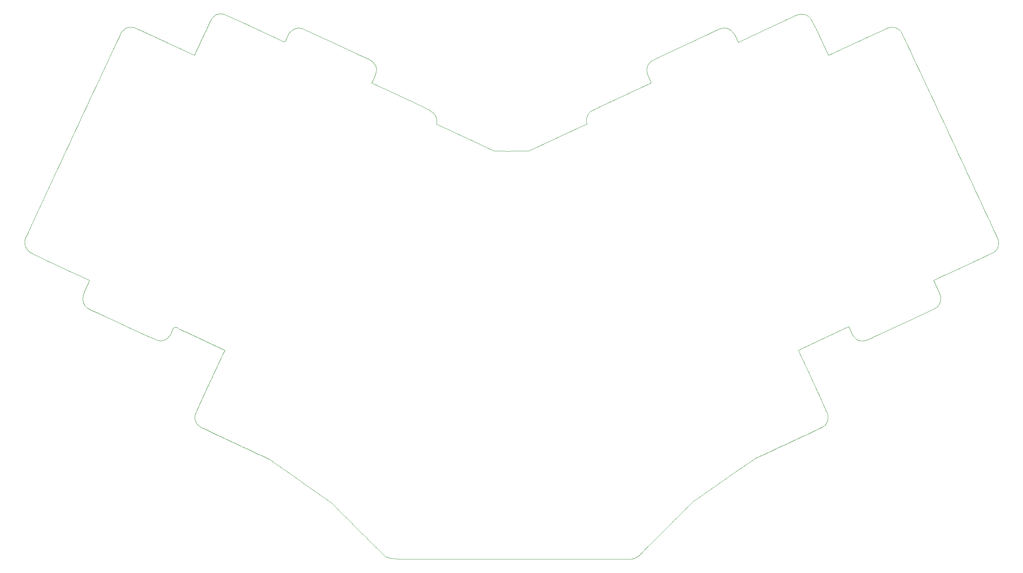
<source format=gbr>
%TF.GenerationSoftware,KiCad,Pcbnew,(5.1.10)-1*%
%TF.CreationDate,2021-08-07T23:39:34-07:00*%
%TF.ProjectId,bottom-plate,626f7474-6f6d-42d7-906c-6174652e6b69,rev?*%
%TF.SameCoordinates,Original*%
%TF.FileFunction,Profile,NP*%
%FSLAX46Y46*%
G04 Gerber Fmt 4.6, Leading zero omitted, Abs format (unit mm)*
G04 Created by KiCad (PCBNEW (5.1.10)-1) date 2021-08-07 23:39:34*
%MOMM*%
%LPD*%
G01*
G04 APERTURE LIST*
%TA.AperFunction,Profile*%
%ADD10C,0.124256*%
%TD*%
G04 APERTURE END LIST*
D10*
X69453757Y-23701591D02*
X69369198Y-23883140D01*
X69369198Y-23883140D02*
X69284638Y-24064689D01*
X69284638Y-24064689D02*
X69200076Y-24246238D01*
X69200076Y-24246238D02*
X69115514Y-24427787D01*
X69115514Y-24427787D02*
X69030951Y-24609336D01*
X69030951Y-24609336D02*
X68946387Y-24790884D01*
X68946387Y-24790884D02*
X68861822Y-24972433D01*
X68861822Y-24972433D02*
X68777257Y-25153981D01*
X68777257Y-25153981D02*
X68692692Y-25335529D01*
X68692692Y-25335529D02*
X68608126Y-25517078D01*
X68608126Y-25517078D02*
X68523559Y-25698626D01*
X68523559Y-25698626D02*
X68438993Y-25880174D01*
X68438993Y-25880174D02*
X68354427Y-26061723D01*
X68354427Y-26061723D02*
X68269860Y-26243271D01*
X68269860Y-26243271D02*
X68185295Y-26424819D01*
X68185295Y-26424819D02*
X68100729Y-26606368D01*
X68100729Y-26606368D02*
X68016164Y-26787916D01*
X68016164Y-26787916D02*
X67931599Y-26969465D01*
X67931599Y-26969465D02*
X67847035Y-27151014D01*
X67847035Y-27151014D02*
X67762472Y-27332562D01*
X67762472Y-27332562D02*
X67677910Y-27514111D01*
X67677910Y-27514111D02*
X67593349Y-27695660D01*
X67593349Y-27695660D02*
X67508788Y-27877210D01*
X67508788Y-27877210D02*
X67424230Y-28058759D01*
X67424230Y-28058759D02*
X67339672Y-28240309D01*
X67339672Y-28240309D02*
X67255116Y-28421858D01*
X67255116Y-28421858D02*
X67170562Y-28603408D01*
X67170562Y-28603408D02*
X67086009Y-28784959D01*
X67086009Y-28784959D02*
X67001458Y-28966509D01*
X67001458Y-28966509D02*
X66916909Y-29148060D01*
X66916909Y-29148060D02*
X66832362Y-29329611D01*
X66832362Y-29329611D02*
X66747818Y-29511163D01*
X48066556Y-24674939D02*
X47327944Y-26251839D01*
X47327944Y-26251839D02*
X46589429Y-27828788D01*
X46589429Y-27828788D02*
X45851024Y-29405793D01*
X45851024Y-29405793D02*
X45112745Y-30982860D01*
X45112745Y-30982860D02*
X44374605Y-32559995D01*
X44374605Y-32559995D02*
X43636619Y-34137204D01*
X43636619Y-34137204D02*
X42898801Y-35714495D01*
X42898801Y-35714495D02*
X42161167Y-37291873D01*
X42161167Y-37291873D02*
X41423729Y-38869345D01*
X41423729Y-38869345D02*
X40686503Y-40446916D01*
X40686503Y-40446916D02*
X39949503Y-42024595D01*
X39949503Y-42024595D02*
X39212744Y-43602386D01*
X39212744Y-43602386D02*
X38476239Y-45180296D01*
X38476239Y-45180296D02*
X37740004Y-46758332D01*
X37740004Y-46758332D02*
X37004053Y-48336500D01*
X37004053Y-48336500D02*
X36268400Y-49914806D01*
X36268400Y-49914806D02*
X35533059Y-51493257D01*
X35533059Y-51493257D02*
X34798045Y-53071858D01*
X34798045Y-53071858D02*
X34063373Y-54650618D01*
X34063373Y-54650618D02*
X33329057Y-56229541D01*
X33329057Y-56229541D02*
X32595111Y-57808634D01*
X32595111Y-57808634D02*
X31861549Y-59387904D01*
X31861549Y-59387904D02*
X31128387Y-60967356D01*
X31128387Y-60967356D02*
X30395638Y-62546998D01*
X30395638Y-62546998D02*
X29663318Y-64126836D01*
X29663318Y-64126836D02*
X28931439Y-65706876D01*
X28931439Y-65706876D02*
X28200018Y-67287124D01*
X28200018Y-67287124D02*
X27469067Y-68867586D01*
X27469067Y-68867586D02*
X26738603Y-70448270D01*
X26738603Y-70448270D02*
X26008638Y-72029182D01*
X26008638Y-72029182D02*
X25279188Y-73610327D01*
X25279188Y-73610327D02*
X24550267Y-75191713D01*
X66747818Y-29511163D02*
X66279108Y-29293796D01*
X66279108Y-29293796D02*
X65810475Y-29076247D01*
X65810475Y-29076247D02*
X65341908Y-28858540D01*
X65341908Y-28858540D02*
X64873394Y-28640703D01*
X64873394Y-28640703D02*
X64404921Y-28422762D01*
X64404921Y-28422762D02*
X63936479Y-28204745D01*
X63936479Y-28204745D02*
X63468056Y-27986679D01*
X63468056Y-27986679D02*
X62999639Y-27768589D01*
X62999639Y-27768589D02*
X62531217Y-27550503D01*
X62531217Y-27550503D02*
X62062778Y-27332448D01*
X62062778Y-27332448D02*
X61594311Y-27114451D01*
X61594311Y-27114451D02*
X61125805Y-26896537D01*
X61125805Y-26896537D02*
X60657246Y-26678735D01*
X60657246Y-26678735D02*
X60188625Y-26461071D01*
X60188625Y-26461071D02*
X59719928Y-26243572D01*
X59719928Y-26243572D02*
X59251144Y-26026264D01*
X59251144Y-26026264D02*
X58782263Y-25809174D01*
X58782263Y-25809174D02*
X58313271Y-25592330D01*
X58313271Y-25592330D02*
X57844157Y-25375757D01*
X57844157Y-25375757D02*
X57374910Y-25159483D01*
X57374910Y-25159483D02*
X56905518Y-24943535D01*
X56905518Y-24943535D02*
X56435969Y-24727939D01*
X56435969Y-24727939D02*
X55966251Y-24512723D01*
X55966251Y-24512723D02*
X55496354Y-24297912D01*
X55496354Y-24297912D02*
X55026264Y-24083535D01*
X55026264Y-24083535D02*
X54555971Y-23869617D01*
X54555971Y-23869617D02*
X54085463Y-23656185D01*
X54085463Y-23656185D02*
X53614728Y-23443266D01*
X53614728Y-23443266D02*
X53143755Y-23230888D01*
X53143755Y-23230888D02*
X52672531Y-23019077D01*
X52672531Y-23019077D02*
X52201045Y-22807859D01*
X52201045Y-22807859D02*
X51729286Y-22597262D01*
X72274937Y-19304128D02*
X72123132Y-19387933D01*
X72123132Y-19387933D02*
X71978977Y-19478347D01*
X71978977Y-19478347D02*
X71842115Y-19575055D01*
X71842115Y-19575055D02*
X71712193Y-19677742D01*
X71712193Y-19677742D02*
X71588857Y-19786094D01*
X71588857Y-19786094D02*
X71471753Y-19899795D01*
X71471753Y-19899795D02*
X71360525Y-20018529D01*
X71360525Y-20018529D02*
X71254821Y-20141983D01*
X71254821Y-20141983D02*
X71154285Y-20269841D01*
X71154285Y-20269841D02*
X71058563Y-20401788D01*
X71058563Y-20401788D02*
X70967302Y-20537509D01*
X70967302Y-20537509D02*
X70880146Y-20676689D01*
X70880146Y-20676689D02*
X70796743Y-20819014D01*
X70796743Y-20819014D02*
X70716737Y-20964167D01*
X70716737Y-20964167D02*
X70639774Y-21111834D01*
X70639774Y-21111834D02*
X70565500Y-21261701D01*
X70565500Y-21261701D02*
X70493560Y-21413451D01*
X70493560Y-21413451D02*
X70423602Y-21566771D01*
X70423602Y-21566771D02*
X70355269Y-21721344D01*
X70355269Y-21721344D02*
X70288209Y-21876857D01*
X70288209Y-21876857D02*
X70222066Y-22032993D01*
X70222066Y-22032993D02*
X70156487Y-22189439D01*
X70156487Y-22189439D02*
X70091117Y-22345879D01*
X70091117Y-22345879D02*
X70025602Y-22501997D01*
X70025602Y-22501997D02*
X69959588Y-22657480D01*
X69959588Y-22657480D02*
X69892721Y-22812012D01*
X69892721Y-22812012D02*
X69824646Y-22965277D01*
X69824646Y-22965277D02*
X69755009Y-23116962D01*
X69755009Y-23116962D02*
X69683455Y-23266751D01*
X69683455Y-23266751D02*
X69609632Y-23414328D01*
X69609632Y-23414328D02*
X69533184Y-23559380D01*
X69533184Y-23559380D02*
X69453757Y-23701591D01*
X51729286Y-22597262D02*
X51580588Y-22549000D01*
X51580588Y-22549000D02*
X51431946Y-22510385D01*
X51431946Y-22510385D02*
X51283574Y-22481182D01*
X51283574Y-22481182D02*
X51135688Y-22461157D01*
X51135688Y-22461157D02*
X50988502Y-22450075D01*
X50988502Y-22450075D02*
X50842234Y-22447702D01*
X50842234Y-22447702D02*
X50697096Y-22453803D01*
X50697096Y-22453803D02*
X50553306Y-22468144D01*
X50553306Y-22468144D02*
X50411079Y-22490491D01*
X50411079Y-22490491D02*
X50270630Y-22520609D01*
X50270630Y-22520609D02*
X50132174Y-22558264D01*
X50132174Y-22558264D02*
X49995927Y-22603222D01*
X49995927Y-22603222D02*
X49862104Y-22655247D01*
X49862104Y-22655247D02*
X49730921Y-22714107D01*
X49730921Y-22714107D02*
X49602593Y-22779565D01*
X49602593Y-22779565D02*
X49477335Y-22851389D01*
X49477335Y-22851389D02*
X49355363Y-22929343D01*
X49355363Y-22929343D02*
X49236892Y-23013193D01*
X49236892Y-23013193D02*
X49122138Y-23102706D01*
X49122138Y-23102706D02*
X49011316Y-23197645D01*
X49011316Y-23197645D02*
X48904641Y-23297778D01*
X48904641Y-23297778D02*
X48802329Y-23402869D01*
X48802329Y-23402869D02*
X48704596Y-23512684D01*
X48704596Y-23512684D02*
X48611656Y-23626989D01*
X48611656Y-23626989D02*
X48523725Y-23745550D01*
X48523725Y-23745550D02*
X48441019Y-23868132D01*
X48441019Y-23868132D02*
X48363752Y-23994500D01*
X48363752Y-23994500D02*
X48292141Y-24124421D01*
X48292141Y-24124421D02*
X48226400Y-24257659D01*
X48226400Y-24257659D02*
X48166745Y-24393981D01*
X48166745Y-24393981D02*
X48113392Y-24533153D01*
X48113392Y-24533153D02*
X48066556Y-24674939D01*
X26531866Y-79126595D02*
X26964664Y-79342862D01*
X26964664Y-79342862D02*
X27397982Y-79558085D01*
X27397982Y-79558085D02*
X27831802Y-79772298D01*
X27831802Y-79772298D02*
X28266105Y-79985534D01*
X28266105Y-79985534D02*
X28700876Y-80197826D01*
X28700876Y-80197826D02*
X29136096Y-80409207D01*
X29136096Y-80409207D02*
X29571748Y-80619710D01*
X29571748Y-80619710D02*
X30007815Y-80829369D01*
X30007815Y-80829369D02*
X30444280Y-81038216D01*
X30444280Y-81038216D02*
X30881125Y-81246285D01*
X30881125Y-81246285D02*
X31318333Y-81453609D01*
X31318333Y-81453609D02*
X31755886Y-81660221D01*
X31755886Y-81660221D02*
X32193768Y-81866154D01*
X32193768Y-81866154D02*
X32631961Y-82071441D01*
X32631961Y-82071441D02*
X33070448Y-82276116D01*
X33070448Y-82276116D02*
X33509212Y-82480212D01*
X33509212Y-82480212D02*
X33948234Y-82683761D01*
X33948234Y-82683761D02*
X34387498Y-82886797D01*
X34387498Y-82886797D02*
X34826986Y-83089354D01*
X34826986Y-83089354D02*
X35266682Y-83291463D01*
X35266682Y-83291463D02*
X35706568Y-83493159D01*
X35706568Y-83493159D02*
X36146626Y-83694475D01*
X36146626Y-83694475D02*
X36586839Y-83895443D01*
X36586839Y-83895443D02*
X37027190Y-84096098D01*
X37027190Y-84096098D02*
X37467662Y-84296471D01*
X37467662Y-84296471D02*
X37908236Y-84496596D01*
X37908236Y-84496596D02*
X38348897Y-84696507D01*
X38348897Y-84696507D02*
X38789627Y-84896236D01*
X38789627Y-84896236D02*
X39230408Y-85095817D01*
X39230408Y-85095817D02*
X39671222Y-85295283D01*
X39671222Y-85295283D02*
X40112054Y-85494667D01*
X40112054Y-85494667D02*
X40552885Y-85694002D01*
X57635847Y-100698993D02*
X57784269Y-100734187D01*
X57784269Y-100734187D02*
X57931668Y-100759907D01*
X57931668Y-100759907D02*
X58077893Y-100776415D01*
X58077893Y-100776415D02*
X58222792Y-100783977D01*
X58222792Y-100783977D02*
X58366215Y-100782857D01*
X58366215Y-100782857D02*
X58508010Y-100773319D01*
X58508010Y-100773319D02*
X58648027Y-100755629D01*
X58648027Y-100755629D02*
X58786113Y-100730049D01*
X58786113Y-100730049D02*
X58922119Y-100696846D01*
X58922119Y-100696846D02*
X59055892Y-100656283D01*
X59055892Y-100656283D02*
X59187283Y-100608625D01*
X59187283Y-100608625D02*
X59316139Y-100554137D01*
X59316139Y-100554137D02*
X59442310Y-100493083D01*
X59442310Y-100493083D02*
X59565645Y-100425727D01*
X59565645Y-100425727D02*
X59685992Y-100352334D01*
X59685992Y-100352334D02*
X59803201Y-100273169D01*
X59803201Y-100273169D02*
X59917120Y-100188496D01*
X59917120Y-100188496D02*
X60027598Y-100098579D01*
X60027598Y-100098579D02*
X60134484Y-100003684D01*
X60134484Y-100003684D02*
X60237627Y-99904074D01*
X60237627Y-99904074D02*
X60336876Y-99800013D01*
X60336876Y-99800013D02*
X60432081Y-99691768D01*
X60432081Y-99691768D02*
X60523088Y-99579602D01*
X60523088Y-99579602D02*
X60609749Y-99463779D01*
X60609749Y-99463779D02*
X60691911Y-99344564D01*
X60691911Y-99344564D02*
X60769424Y-99222222D01*
X60769424Y-99222222D02*
X60842136Y-99097016D01*
X60842136Y-99097016D02*
X60909896Y-98969213D01*
X60909896Y-98969213D02*
X60972554Y-98839075D01*
X60972554Y-98839075D02*
X61029957Y-98706868D01*
X61029957Y-98706868D02*
X61081956Y-98572857D01*
X61081956Y-98572857D02*
X61128399Y-98437305D01*
X68968261Y-122663221D02*
X69481522Y-122913780D01*
X69481522Y-122913780D02*
X69995452Y-123163013D01*
X69995452Y-123163013D02*
X70510008Y-123411008D01*
X70510008Y-123411008D02*
X71025142Y-123657850D01*
X71025142Y-123657850D02*
X71540812Y-123903628D01*
X71540812Y-123903628D02*
X72056971Y-124148428D01*
X72056971Y-124148428D02*
X72573575Y-124392337D01*
X72573575Y-124392337D02*
X73090578Y-124635444D01*
X73090578Y-124635444D02*
X73607936Y-124877833D01*
X73607936Y-124877833D02*
X74125604Y-125119594D01*
X74125604Y-125119594D02*
X74643537Y-125360813D01*
X74643537Y-125360813D02*
X75161690Y-125601576D01*
X75161690Y-125601576D02*
X75680017Y-125841972D01*
X75680017Y-125841972D02*
X76198474Y-126082088D01*
X76198474Y-126082088D02*
X76717017Y-126322009D01*
X76717017Y-126322009D02*
X77235599Y-126561824D01*
X77235599Y-126561824D02*
X77754176Y-126801620D01*
X77754176Y-126801620D02*
X78272703Y-127041483D01*
X78272703Y-127041483D02*
X78791136Y-127281502D01*
X78791136Y-127281502D02*
X79309428Y-127521762D01*
X79309428Y-127521762D02*
X79827535Y-127762351D01*
X79827535Y-127762351D02*
X80345413Y-128003357D01*
X80345413Y-128003357D02*
X80863016Y-128244866D01*
X80863016Y-128244866D02*
X81380298Y-128486965D01*
X81380298Y-128486965D02*
X81897217Y-128729742D01*
X81897217Y-128729742D02*
X82413725Y-128973284D01*
X82413725Y-128973284D02*
X82929779Y-129217677D01*
X82929779Y-129217677D02*
X83445333Y-129463009D01*
X83445333Y-129463009D02*
X83960342Y-129709367D01*
X83960342Y-129709367D02*
X84474762Y-129956839D01*
X84474762Y-129956839D02*
X84988547Y-130205510D01*
X84988547Y-130205510D02*
X85501653Y-130455470D01*
X24550267Y-75191713D02*
X24492336Y-75343933D01*
X24492336Y-75343933D02*
X24444807Y-75496428D01*
X24444807Y-75496428D02*
X24407413Y-75648979D01*
X24407413Y-75648979D02*
X24379886Y-75801372D01*
X24379886Y-75801372D02*
X24361961Y-75953390D01*
X24361961Y-75953390D02*
X24353369Y-76104817D01*
X24353369Y-76104817D02*
X24353844Y-76255437D01*
X24353844Y-76255437D02*
X24363120Y-76405034D01*
X24363120Y-76405034D02*
X24380929Y-76553391D01*
X24380929Y-76553391D02*
X24407004Y-76700294D01*
X24407004Y-76700294D02*
X24441079Y-76845525D01*
X24441079Y-76845525D02*
X24482886Y-76988868D01*
X24482886Y-76988868D02*
X24532159Y-77130108D01*
X24532159Y-77130108D02*
X24588631Y-77269029D01*
X24588631Y-77269029D02*
X24652035Y-77405413D01*
X24652035Y-77405413D02*
X24722104Y-77539046D01*
X24722104Y-77539046D02*
X24798570Y-77669711D01*
X24798570Y-77669711D02*
X24881169Y-77797192D01*
X24881169Y-77797192D02*
X24969631Y-77921273D01*
X24969631Y-77921273D02*
X25063691Y-78041737D01*
X25063691Y-78041737D02*
X25163082Y-78158370D01*
X25163082Y-78158370D02*
X25267536Y-78270954D01*
X25267536Y-78270954D02*
X25376787Y-78379273D01*
X25376787Y-78379273D02*
X25490569Y-78483112D01*
X25490569Y-78483112D02*
X25608613Y-78582255D01*
X25608613Y-78582255D02*
X25730653Y-78676484D01*
X25730653Y-78676484D02*
X25856422Y-78765585D01*
X25856422Y-78765585D02*
X25985654Y-78849341D01*
X25985654Y-78849341D02*
X26118081Y-78927536D01*
X26118081Y-78927536D02*
X26253436Y-78999954D01*
X26253436Y-78999954D02*
X26391454Y-79066379D01*
X26391454Y-79066379D02*
X26531866Y-79126595D01*
X66909430Y-119230553D02*
X66877436Y-119371545D01*
X66877436Y-119371545D02*
X66853552Y-119512051D01*
X66853552Y-119512051D02*
X66837588Y-119651900D01*
X66837588Y-119651900D02*
X66829354Y-119790924D01*
X66829354Y-119790924D02*
X66828661Y-119928954D01*
X66828661Y-119928954D02*
X66835319Y-120065822D01*
X66835319Y-120065822D02*
X66849140Y-120201358D01*
X66849140Y-120201358D02*
X66869934Y-120335393D01*
X66869934Y-120335393D02*
X66897511Y-120467760D01*
X66897511Y-120467760D02*
X66931681Y-120598288D01*
X66931681Y-120598288D02*
X66972256Y-120726809D01*
X66972256Y-120726809D02*
X67019046Y-120853155D01*
X67019046Y-120853155D02*
X67071862Y-120977157D01*
X67071862Y-120977157D02*
X67130513Y-121098645D01*
X67130513Y-121098645D02*
X67194812Y-121217451D01*
X67194812Y-121217451D02*
X67264567Y-121333407D01*
X67264567Y-121333407D02*
X67339591Y-121446342D01*
X67339591Y-121446342D02*
X67419692Y-121556089D01*
X67419692Y-121556089D02*
X67504683Y-121662479D01*
X67504683Y-121662479D02*
X67594373Y-121765343D01*
X67594373Y-121765343D02*
X67688573Y-121864511D01*
X67688573Y-121864511D02*
X67787094Y-121959816D01*
X67787094Y-121959816D02*
X67889746Y-122051089D01*
X67889746Y-122051089D02*
X67996340Y-122138160D01*
X67996340Y-122138160D02*
X68106686Y-122220861D01*
X68106686Y-122220861D02*
X68220595Y-122299022D01*
X68220595Y-122299022D02*
X68337877Y-122372476D01*
X68337877Y-122372476D02*
X68458343Y-122441054D01*
X68458343Y-122441054D02*
X68581804Y-122504586D01*
X68581804Y-122504586D02*
X68708070Y-122562903D01*
X68708070Y-122562903D02*
X68836952Y-122615838D01*
X68836952Y-122615838D02*
X68968261Y-122663221D01*
X43262606Y-94187262D02*
X43711382Y-94391307D01*
X43711382Y-94391307D02*
X44159686Y-94596533D01*
X44159686Y-94596533D02*
X44607566Y-94802818D01*
X44607566Y-94802818D02*
X45055072Y-95010041D01*
X45055072Y-95010041D02*
X45502255Y-95218078D01*
X45502255Y-95218078D02*
X45949164Y-95426810D01*
X45949164Y-95426810D02*
X46395848Y-95636115D01*
X46395848Y-95636115D02*
X46842359Y-95845869D01*
X46842359Y-95845869D02*
X47288744Y-96055954D01*
X47288744Y-96055954D02*
X47735055Y-96266245D01*
X47735055Y-96266245D02*
X48181341Y-96476623D01*
X48181341Y-96476623D02*
X48627653Y-96686964D01*
X48627653Y-96686964D02*
X49074039Y-96897149D01*
X49074039Y-96897149D02*
X49520549Y-97107054D01*
X49520549Y-97107054D02*
X49967234Y-97316559D01*
X49967234Y-97316559D02*
X50414143Y-97525541D01*
X50414143Y-97525541D02*
X50861327Y-97733880D01*
X50861327Y-97733880D02*
X51308834Y-97941453D01*
X51308834Y-97941453D02*
X51756715Y-98148139D01*
X51756715Y-98148139D02*
X52205019Y-98353816D01*
X52205019Y-98353816D02*
X52653797Y-98558363D01*
X52653797Y-98558363D02*
X53103098Y-98761658D01*
X53103098Y-98761658D02*
X53552972Y-98963580D01*
X53552972Y-98963580D02*
X54003469Y-99164006D01*
X54003469Y-99164006D02*
X54454639Y-99362815D01*
X54454639Y-99362815D02*
X54906531Y-99559886D01*
X54906531Y-99559886D02*
X55359196Y-99755097D01*
X55359196Y-99755097D02*
X55812682Y-99948326D01*
X55812682Y-99948326D02*
X56267041Y-100139451D01*
X56267041Y-100139451D02*
X56722321Y-100328352D01*
X56722321Y-100328352D02*
X57178573Y-100514906D01*
X57178573Y-100514906D02*
X57635847Y-100698993D01*
X38944887Y-90991902D02*
X38992614Y-91175706D01*
X38992614Y-91175706D02*
X39050911Y-91349912D01*
X39050911Y-91349912D02*
X39119283Y-91514939D01*
X39119283Y-91514939D02*
X39197235Y-91671204D01*
X39197235Y-91671204D02*
X39284273Y-91819126D01*
X39284273Y-91819126D02*
X39379903Y-91959123D01*
X39379903Y-91959123D02*
X39483630Y-92091613D01*
X39483630Y-92091613D02*
X39594960Y-92217014D01*
X39594960Y-92217014D02*
X39713400Y-92335744D01*
X39713400Y-92335744D02*
X39838453Y-92448222D01*
X39838453Y-92448222D02*
X39969627Y-92554866D01*
X39969627Y-92554866D02*
X40106427Y-92656094D01*
X40106427Y-92656094D02*
X40248358Y-92752324D01*
X40248358Y-92752324D02*
X40394926Y-92843974D01*
X40394926Y-92843974D02*
X40545638Y-92931462D01*
X40545638Y-92931462D02*
X40699998Y-93015207D01*
X40699998Y-93015207D02*
X40857512Y-93095627D01*
X40857512Y-93095627D02*
X41017686Y-93173140D01*
X41017686Y-93173140D02*
X41180026Y-93248164D01*
X41180026Y-93248164D02*
X41344037Y-93321117D01*
X41344037Y-93321117D02*
X41509226Y-93392418D01*
X41509226Y-93392418D02*
X41675097Y-93462485D01*
X41675097Y-93462485D02*
X41841156Y-93531735D01*
X41841156Y-93531735D02*
X42006909Y-93600588D01*
X42006909Y-93600588D02*
X42171862Y-93669460D01*
X42171862Y-93669460D02*
X42335521Y-93738771D01*
X42335521Y-93738771D02*
X42497391Y-93808939D01*
X42497391Y-93808939D02*
X42656977Y-93880381D01*
X42656977Y-93880381D02*
X42813786Y-93953517D01*
X42813786Y-93953517D02*
X42967324Y-94028763D01*
X42967324Y-94028763D02*
X43117095Y-94106538D01*
X43117095Y-94106538D02*
X43262606Y-94187262D01*
X40552885Y-85694002D02*
X40491888Y-85854106D01*
X40491888Y-85854106D02*
X40427214Y-86014095D01*
X40427214Y-86014095D02*
X40359302Y-86174013D01*
X40359302Y-86174013D02*
X40288587Y-86333909D01*
X40288587Y-86333909D02*
X40215507Y-86493829D01*
X40215507Y-86493829D02*
X40140498Y-86653819D01*
X40140498Y-86653819D02*
X40063998Y-86813928D01*
X40063998Y-86813928D02*
X39986443Y-86974200D01*
X39986443Y-86974200D02*
X39908271Y-87134684D01*
X39908271Y-87134684D02*
X39829918Y-87295427D01*
X39829918Y-87295427D02*
X39751822Y-87456474D01*
X39751822Y-87456474D02*
X39674419Y-87617873D01*
X39674419Y-87617873D02*
X39598146Y-87779671D01*
X39598146Y-87779671D02*
X39523441Y-87941915D01*
X39523441Y-87941915D02*
X39450739Y-88104651D01*
X39450739Y-88104651D02*
X39380480Y-88267926D01*
X39380480Y-88267926D02*
X39313098Y-88431787D01*
X39313098Y-88431787D02*
X39249031Y-88596282D01*
X39249031Y-88596282D02*
X39188717Y-88761456D01*
X39188717Y-88761456D02*
X39132591Y-88927357D01*
X39132591Y-88927357D02*
X39081092Y-89094032D01*
X39081092Y-89094032D02*
X39034655Y-89261526D01*
X39034655Y-89261526D02*
X38993719Y-89429888D01*
X38993719Y-89429888D02*
X38958719Y-89599165D01*
X38958719Y-89599165D02*
X38930093Y-89769402D01*
X38930093Y-89769402D02*
X38908278Y-89940646D01*
X38908278Y-89940646D02*
X38893711Y-90112946D01*
X38893711Y-90112946D02*
X38886829Y-90286347D01*
X38886829Y-90286347D02*
X38888068Y-90460896D01*
X38888068Y-90460896D02*
X38897866Y-90636640D01*
X38897866Y-90636640D02*
X38916660Y-90813626D01*
X38916660Y-90813626D02*
X38944887Y-90991902D01*
X74317580Y-103151694D02*
X74083908Y-103653070D01*
X74083908Y-103653070D02*
X73849752Y-104154263D01*
X73849752Y-104154263D02*
X73615174Y-104655298D01*
X73615174Y-104655298D02*
X73380237Y-105156201D01*
X73380237Y-105156201D02*
X73145002Y-105656997D01*
X73145002Y-105656997D02*
X72909533Y-106157712D01*
X72909533Y-106157712D02*
X72673892Y-106658369D01*
X72673892Y-106658369D02*
X72438141Y-107158996D01*
X72438141Y-107158996D02*
X72202342Y-107659617D01*
X72202342Y-107659617D02*
X71966559Y-108160258D01*
X71966559Y-108160258D02*
X71730853Y-108660943D01*
X71730853Y-108660943D02*
X71495286Y-109161699D01*
X71495286Y-109161699D02*
X71259922Y-109662550D01*
X71259922Y-109662550D02*
X71024823Y-110163522D01*
X71024823Y-110163522D02*
X70790050Y-110664640D01*
X70790050Y-110664640D02*
X70555668Y-111165929D01*
X70555668Y-111165929D02*
X70321736Y-111667416D01*
X70321736Y-111667416D02*
X70088320Y-112169124D01*
X70088320Y-112169124D02*
X69855479Y-112671081D01*
X69855479Y-112671081D02*
X69623278Y-113173309D01*
X69623278Y-113173309D02*
X69391779Y-113675836D01*
X69391779Y-113675836D02*
X69161043Y-114178687D01*
X69161043Y-114178687D02*
X68931133Y-114681886D01*
X68931133Y-114681886D02*
X68702113Y-115185459D01*
X68702113Y-115185459D02*
X68474043Y-115689432D01*
X68474043Y-115689432D02*
X68246987Y-116193830D01*
X68246987Y-116193830D02*
X68021007Y-116698677D01*
X68021007Y-116698677D02*
X67796165Y-117204000D01*
X67796165Y-117204000D02*
X67572524Y-117709824D01*
X67572524Y-117709824D02*
X67350146Y-118216174D01*
X67350146Y-118216174D02*
X67129094Y-118723075D01*
X67129094Y-118723075D02*
X66909430Y-119230553D01*
X62862411Y-97804440D02*
X63219924Y-97972526D01*
X63219924Y-97972526D02*
X63577472Y-98140538D01*
X63577472Y-98140538D02*
X63935056Y-98308477D01*
X63935056Y-98308477D02*
X64292673Y-98476342D01*
X64292673Y-98476342D02*
X64650323Y-98644136D01*
X64650323Y-98644136D02*
X65008007Y-98811860D01*
X65008007Y-98811860D02*
X65365723Y-98979515D01*
X65365723Y-98979515D02*
X65723471Y-99147101D01*
X65723471Y-99147101D02*
X66081250Y-99314620D01*
X66081250Y-99314620D02*
X66439060Y-99482074D01*
X66439060Y-99482074D02*
X66796900Y-99649463D01*
X66796900Y-99649463D02*
X67154770Y-99816788D01*
X67154770Y-99816788D02*
X67512670Y-99984051D01*
X67512670Y-99984051D02*
X67870597Y-100151252D01*
X67870597Y-100151252D02*
X68228553Y-100318394D01*
X68228553Y-100318394D02*
X68586537Y-100485476D01*
X68586537Y-100485476D02*
X68944547Y-100652501D01*
X68944547Y-100652501D02*
X69302584Y-100819468D01*
X69302584Y-100819468D02*
X69660647Y-100986380D01*
X69660647Y-100986380D02*
X70018735Y-101153238D01*
X70018735Y-101153238D02*
X70376849Y-101320042D01*
X70376849Y-101320042D02*
X70734986Y-101486794D01*
X70734986Y-101486794D02*
X71093147Y-101653495D01*
X71093147Y-101653495D02*
X71451332Y-101820147D01*
X71451332Y-101820147D02*
X71809539Y-101986749D01*
X71809539Y-101986749D02*
X72167768Y-102153303D01*
X72167768Y-102153303D02*
X72526019Y-102319811D01*
X72526019Y-102319811D02*
X72884291Y-102486274D01*
X72884291Y-102486274D02*
X73242584Y-102652693D01*
X73242584Y-102652693D02*
X73600897Y-102819068D01*
X73600897Y-102819068D02*
X73959229Y-102985401D01*
X73959229Y-102985401D02*
X74317580Y-103151694D01*
X61128399Y-98437305D02*
X61182082Y-98243986D01*
X61182082Y-98243986D02*
X61242541Y-98069836D01*
X61242541Y-98069836D02*
X61309885Y-97915142D01*
X61309885Y-97915142D02*
X61384227Y-97780188D01*
X61384227Y-97780188D02*
X61465676Y-97665261D01*
X61465676Y-97665261D02*
X61554343Y-97570644D01*
X61554343Y-97570644D02*
X61701121Y-97467429D01*
X61701121Y-97467429D02*
X61864764Y-97411521D01*
X61864764Y-97411521D02*
X62045645Y-97403884D01*
X62045645Y-97403884D02*
X62175995Y-97426085D01*
X62175995Y-97426085D02*
X62314283Y-97470454D01*
X62314283Y-97470454D02*
X62460621Y-97537277D01*
X62460621Y-97537277D02*
X62615120Y-97626838D01*
X62615120Y-97626838D02*
X62777889Y-97739423D01*
X62777889Y-97739423D02*
X62862411Y-97804440D01*
X223602141Y-122299376D02*
X223725116Y-122223042D01*
X223725116Y-122223042D02*
X223842235Y-122141032D01*
X223842235Y-122141032D02*
X223953475Y-122053620D01*
X223953475Y-122053620D02*
X224058814Y-121961082D01*
X224058814Y-121961082D02*
X224158233Y-121863696D01*
X224158233Y-121863696D02*
X224251708Y-121761735D01*
X224251708Y-121761735D02*
X224339219Y-121655476D01*
X224339219Y-121655476D02*
X224420744Y-121545196D01*
X224420744Y-121545196D02*
X224496261Y-121431168D01*
X224496261Y-121431168D02*
X224565749Y-121313671D01*
X224565749Y-121313671D02*
X224629187Y-121192978D01*
X224629187Y-121192978D02*
X224686553Y-121069367D01*
X224686553Y-121069367D02*
X224737826Y-120943113D01*
X224737826Y-120943113D02*
X224782984Y-120814492D01*
X224782984Y-120814492D02*
X224822005Y-120683779D01*
X224822005Y-120683779D02*
X224854869Y-120551250D01*
X224854869Y-120551250D02*
X224881553Y-120417182D01*
X224881553Y-120417182D02*
X224902037Y-120281850D01*
X224902037Y-120281850D02*
X224916298Y-120145529D01*
X224916298Y-120145529D02*
X224924316Y-120008497D01*
X224924316Y-120008497D02*
X224926068Y-119871028D01*
X224926068Y-119871028D02*
X224921534Y-119733398D01*
X224921534Y-119733398D02*
X224910691Y-119595883D01*
X224910691Y-119595883D02*
X224893519Y-119458759D01*
X224893519Y-119458759D02*
X224869996Y-119322302D01*
X224869996Y-119322302D02*
X224840100Y-119186788D01*
X224840100Y-119186788D02*
X224803810Y-119052492D01*
X224803810Y-119052492D02*
X224761105Y-118919691D01*
X224761105Y-118919691D02*
X224711963Y-118788659D01*
X224711963Y-118788659D02*
X224656362Y-118659674D01*
X224656362Y-118659674D02*
X224594281Y-118533010D01*
X224594281Y-118533010D02*
X224525699Y-118408944D01*
X175937123Y-155293254D02*
X176109689Y-155268486D01*
X176109689Y-155268486D02*
X176277177Y-155234382D01*
X176277177Y-155234382D02*
X176439822Y-155191387D01*
X176439822Y-155191387D02*
X176597860Y-155139952D01*
X176597860Y-155139952D02*
X176751526Y-155080524D01*
X176751526Y-155080524D02*
X176901057Y-155013552D01*
X176901057Y-155013552D02*
X177046687Y-154939484D01*
X177046687Y-154939484D02*
X177188653Y-154858768D01*
X177188653Y-154858768D02*
X177327190Y-154771854D01*
X177327190Y-154771854D02*
X177462534Y-154679188D01*
X177462534Y-154679188D02*
X177594920Y-154581221D01*
X177594920Y-154581221D02*
X177724585Y-154478400D01*
X177724585Y-154478400D02*
X177851763Y-154371173D01*
X177851763Y-154371173D02*
X177976690Y-154259989D01*
X177976690Y-154259989D02*
X178099603Y-154145296D01*
X178099603Y-154145296D02*
X178220736Y-154027544D01*
X178220736Y-154027544D02*
X178340325Y-153907179D01*
X178340325Y-153907179D02*
X178458607Y-153784651D01*
X178458607Y-153784651D02*
X178575816Y-153660407D01*
X178575816Y-153660407D02*
X178692189Y-153534897D01*
X178692189Y-153534897D02*
X178807960Y-153408569D01*
X178807960Y-153408569D02*
X178923367Y-153281871D01*
X178923367Y-153281871D02*
X179038643Y-153155251D01*
X179038643Y-153155251D02*
X179154026Y-153029159D01*
X179154026Y-153029159D02*
X179269750Y-152904041D01*
X179269750Y-152904041D02*
X179386051Y-152780347D01*
X179386051Y-152780347D02*
X179503165Y-152658525D01*
X179503165Y-152658525D02*
X179621328Y-152539024D01*
X179621328Y-152539024D02*
X179740775Y-152422292D01*
X179740775Y-152422292D02*
X179861742Y-152308776D01*
X179861742Y-152308776D02*
X179984465Y-152198927D01*
X179984465Y-152198927D02*
X180109179Y-152093192D01*
X191302249Y-140957209D02*
X191786353Y-140622016D01*
X191786353Y-140622016D02*
X192270079Y-140286166D01*
X192270079Y-140286166D02*
X192753459Y-139949719D01*
X192753459Y-139949719D02*
X193236527Y-139612731D01*
X193236527Y-139612731D02*
X193719318Y-139275263D01*
X193719318Y-139275263D02*
X194201865Y-138937371D01*
X194201865Y-138937371D02*
X194684201Y-138599116D01*
X194684201Y-138599116D02*
X195166361Y-138260555D01*
X195166361Y-138260555D02*
X195648378Y-137921746D01*
X195648378Y-137921746D02*
X196130286Y-137582749D01*
X196130286Y-137582749D02*
X196612119Y-137243622D01*
X196612119Y-137243622D02*
X197093910Y-136904423D01*
X197093910Y-136904423D02*
X197575694Y-136565211D01*
X197575694Y-136565211D02*
X198057504Y-136226044D01*
X198057504Y-136226044D02*
X198539373Y-135886982D01*
X198539373Y-135886982D02*
X199021336Y-135548081D01*
X199021336Y-135548081D02*
X199503426Y-135209402D01*
X199503426Y-135209402D02*
X199985678Y-134871002D01*
X199985678Y-134871002D02*
X200468124Y-134532940D01*
X200468124Y-134532940D02*
X200950799Y-134195275D01*
X200950799Y-134195275D02*
X201433736Y-133858064D01*
X201433736Y-133858064D02*
X201916969Y-133521367D01*
X201916969Y-133521367D02*
X202400532Y-133185242D01*
X202400532Y-133185242D02*
X202884459Y-132849748D01*
X202884459Y-132849748D02*
X203368783Y-132514943D01*
X203368783Y-132514943D02*
X203853538Y-132180885D01*
X203853538Y-132180885D02*
X204338758Y-131847633D01*
X204338758Y-131847633D02*
X204824477Y-131515246D01*
X204824477Y-131515246D02*
X205310728Y-131183782D01*
X205310728Y-131183782D02*
X205797545Y-130853300D01*
X205797545Y-130853300D02*
X206284963Y-130523858D01*
X206284963Y-130523858D02*
X206773014Y-130195515D01*
X180109179Y-152093192D02*
X180459779Y-151746166D01*
X180459779Y-151746166D02*
X180809889Y-151398557D01*
X180809889Y-151398557D02*
X181159553Y-151050414D01*
X181159553Y-151050414D02*
X181508813Y-150701792D01*
X181508813Y-150701792D02*
X181857714Y-150352742D01*
X181857714Y-150352742D02*
X182206299Y-150003315D01*
X182206299Y-150003315D02*
X182554613Y-149653565D01*
X182554613Y-149653565D02*
X182902698Y-149303543D01*
X182902698Y-149303543D02*
X183250600Y-148953302D01*
X183250600Y-148953302D02*
X183598361Y-148602894D01*
X183598361Y-148602894D02*
X183946026Y-148252371D01*
X183946026Y-148252371D02*
X184293638Y-147901785D01*
X184293638Y-147901785D02*
X184641241Y-147551188D01*
X184641241Y-147551188D02*
X184988879Y-147200632D01*
X184988879Y-147200632D02*
X185336595Y-146850171D01*
X185336595Y-146850171D02*
X185684435Y-146499855D01*
X185684435Y-146499855D02*
X186032440Y-146149737D01*
X186032440Y-146149737D02*
X186380655Y-145799869D01*
X186380655Y-145799869D02*
X186729124Y-145450304D01*
X186729124Y-145450304D02*
X187077891Y-145101093D01*
X187077891Y-145101093D02*
X187426999Y-144752289D01*
X187426999Y-144752289D02*
X187776492Y-144403944D01*
X187776492Y-144403944D02*
X188126415Y-144056110D01*
X188126415Y-144056110D02*
X188476810Y-143708839D01*
X188476810Y-143708839D02*
X188827722Y-143362183D01*
X188827722Y-143362183D02*
X189179194Y-143016195D01*
X189179194Y-143016195D02*
X189531271Y-142670927D01*
X189531271Y-142670927D02*
X189883995Y-142326431D01*
X189883995Y-142326431D02*
X190237411Y-141982759D01*
X190237411Y-141982759D02*
X190591563Y-141639963D01*
X190591563Y-141639963D02*
X190946494Y-141298095D01*
X190946494Y-141298095D02*
X191302249Y-140957209D01*
X217516596Y-103159937D02*
X217907720Y-102974137D01*
X217907720Y-102974137D02*
X218299192Y-102788611D01*
X218299192Y-102788611D02*
X218690989Y-102603333D01*
X218690989Y-102603333D02*
X219083093Y-102418279D01*
X219083093Y-102418279D02*
X219475481Y-102233426D01*
X219475481Y-102233426D02*
X219868133Y-102048750D01*
X219868133Y-102048750D02*
X220261028Y-101864227D01*
X220261028Y-101864227D02*
X220654145Y-101679832D01*
X220654145Y-101679832D02*
X221047464Y-101495542D01*
X221047464Y-101495542D02*
X221440963Y-101311333D01*
X221440963Y-101311333D02*
X221834623Y-101127181D01*
X221834623Y-101127181D02*
X222228421Y-100943062D01*
X222228421Y-100943062D02*
X222622338Y-100758952D01*
X222622338Y-100758952D02*
X223016352Y-100574827D01*
X223016352Y-100574827D02*
X223410443Y-100390663D01*
X223410443Y-100390663D02*
X223804590Y-100206436D01*
X223804590Y-100206436D02*
X224198771Y-100022122D01*
X224198771Y-100022122D02*
X224592967Y-99837698D01*
X224592967Y-99837698D02*
X224987157Y-99653138D01*
X224987157Y-99653138D02*
X225381319Y-99468421D01*
X225381319Y-99468421D02*
X225775433Y-99283520D01*
X225775433Y-99283520D02*
X226169478Y-99098413D01*
X226169478Y-99098413D02*
X226563434Y-98913075D01*
X226563434Y-98913075D02*
X226957278Y-98727483D01*
X226957278Y-98727483D02*
X227350992Y-98541613D01*
X227350992Y-98541613D02*
X227744553Y-98355440D01*
X227744553Y-98355440D02*
X228137941Y-98168940D01*
X228137941Y-98168940D02*
X228531136Y-97982091D01*
X228531136Y-97982091D02*
X228924116Y-97794867D01*
X228924116Y-97794867D02*
X229316861Y-97607244D01*
X229316861Y-97607244D02*
X229709349Y-97419200D01*
X229709349Y-97419200D02*
X230101561Y-97230710D01*
X119565697Y-155321959D02*
X121327238Y-155320380D01*
X121327238Y-155320380D02*
X123088819Y-155319214D01*
X123088819Y-155319214D02*
X124850436Y-155318423D01*
X124850436Y-155318423D02*
X126612086Y-155317971D01*
X126612086Y-155317971D02*
X128373764Y-155317820D01*
X128373764Y-155317820D02*
X130135468Y-155317933D01*
X130135468Y-155317933D02*
X131897194Y-155318275D01*
X131897194Y-155318275D02*
X133658939Y-155318808D01*
X133658939Y-155318808D02*
X135420698Y-155319495D01*
X135420698Y-155319495D02*
X137182468Y-155320300D01*
X137182468Y-155320300D02*
X138944246Y-155321186D01*
X138944246Y-155321186D02*
X140706029Y-155322115D01*
X140706029Y-155322115D02*
X142467812Y-155323052D01*
X142467812Y-155323052D02*
X144229592Y-155323959D01*
X144229592Y-155323959D02*
X145991366Y-155324800D01*
X145991366Y-155324800D02*
X147753130Y-155325537D01*
X147753130Y-155325537D02*
X149514881Y-155326134D01*
X149514881Y-155326134D02*
X151276614Y-155326554D01*
X151276614Y-155326554D02*
X153038327Y-155326761D01*
X153038327Y-155326761D02*
X154800016Y-155326717D01*
X154800016Y-155326717D02*
X156561678Y-155326386D01*
X156561678Y-155326386D02*
X158323308Y-155325731D01*
X158323308Y-155325731D02*
X160084904Y-155324714D01*
X160084904Y-155324714D02*
X161846461Y-155323300D01*
X161846461Y-155323300D02*
X163607977Y-155321452D01*
X163607977Y-155321452D02*
X165369448Y-155319132D01*
X165369448Y-155319132D02*
X167130869Y-155316304D01*
X167130869Y-155316304D02*
X168892239Y-155312931D01*
X168892239Y-155312931D02*
X170653552Y-155308976D01*
X170653552Y-155308976D02*
X172414806Y-155304403D01*
X172414806Y-155304403D02*
X174175998Y-155299174D01*
X174175998Y-155299174D02*
X175937123Y-155293254D01*
X114353919Y-154631268D02*
X114498294Y-154706022D01*
X114498294Y-154706022D02*
X114654869Y-154775332D01*
X114654869Y-154775332D02*
X114822541Y-154839399D01*
X114822541Y-154839399D02*
X115000211Y-154898424D01*
X115000211Y-154898424D02*
X115186777Y-154952609D01*
X115186777Y-154952609D02*
X115381140Y-155002155D01*
X115381140Y-155002155D02*
X115582199Y-155047263D01*
X115582199Y-155047263D02*
X115788853Y-155088136D01*
X115788853Y-155088136D02*
X116000001Y-155124974D01*
X116000001Y-155124974D02*
X116214544Y-155157979D01*
X116214544Y-155157979D02*
X116431380Y-155187351D01*
X116431380Y-155187351D02*
X116649409Y-155213294D01*
X116649409Y-155213294D02*
X116867531Y-155236008D01*
X116867531Y-155236008D02*
X117084645Y-155255694D01*
X117084645Y-155255694D02*
X117299650Y-155272554D01*
X117299650Y-155272554D02*
X117511446Y-155286789D01*
X117511446Y-155286789D02*
X117718933Y-155298601D01*
X117718933Y-155298601D02*
X117921009Y-155308191D01*
X117921009Y-155308191D02*
X118116574Y-155315761D01*
X118116574Y-155315761D02*
X118304528Y-155321512D01*
X118304528Y-155321512D02*
X118483771Y-155325645D01*
X118483771Y-155325645D02*
X118653201Y-155328362D01*
X118653201Y-155328362D02*
X118811717Y-155329865D01*
X118811717Y-155329865D02*
X118958221Y-155330354D01*
X118958221Y-155330354D02*
X119091610Y-155330031D01*
X119091610Y-155330031D02*
X119314644Y-155327756D01*
X119314644Y-155327756D02*
X119472016Y-155324650D01*
X119472016Y-155324650D02*
X119565697Y-155321959D01*
X85501653Y-130455470D02*
X85988425Y-130794467D01*
X85988425Y-130794467D02*
X86475419Y-131133580D01*
X86475419Y-131133580D02*
X86962612Y-131472814D01*
X86962612Y-131472814D02*
X87449986Y-131812177D01*
X87449986Y-131812177D02*
X87937518Y-132151675D01*
X87937518Y-132151675D02*
X88425188Y-132491314D01*
X88425188Y-132491314D02*
X88912976Y-132831102D01*
X88912976Y-132831102D02*
X89400861Y-133171045D01*
X89400861Y-133171045D02*
X89888822Y-133511150D01*
X89888822Y-133511150D02*
X90376838Y-133851423D01*
X90376838Y-133851423D02*
X90864889Y-134191871D01*
X90864889Y-134191871D02*
X91352954Y-134532502D01*
X91352954Y-134532502D02*
X91841012Y-134873320D01*
X91841012Y-134873320D02*
X92329043Y-135214334D01*
X92329043Y-135214334D02*
X92817025Y-135555549D01*
X92817025Y-135555549D02*
X93304940Y-135896973D01*
X93304940Y-135896973D02*
X93792764Y-136238611D01*
X93792764Y-136238611D02*
X94280479Y-136580472D01*
X94280479Y-136580472D02*
X94768062Y-136922561D01*
X94768062Y-136922561D02*
X95255494Y-137264885D01*
X95255494Y-137264885D02*
X95742754Y-137607451D01*
X95742754Y-137607451D02*
X96229821Y-137950266D01*
X96229821Y-137950266D02*
X96716674Y-138293335D01*
X96716674Y-138293335D02*
X97203293Y-138636667D01*
X97203293Y-138636667D02*
X97689657Y-138980266D01*
X97689657Y-138980266D02*
X98175746Y-139324141D01*
X98175746Y-139324141D02*
X98661538Y-139668298D01*
X98661538Y-139668298D02*
X99147013Y-140012743D01*
X99147013Y-140012743D02*
X99632150Y-140357483D01*
X99632150Y-140357483D02*
X100116928Y-140702525D01*
X100116928Y-140702525D02*
X100601328Y-141047876D01*
X100601328Y-141047876D02*
X101085328Y-141393542D01*
X206773014Y-130195515D02*
X207298999Y-129948952D01*
X207298999Y-129948952D02*
X207825168Y-129702767D01*
X207825168Y-129702767D02*
X208351503Y-129456919D01*
X208351503Y-129456919D02*
X208877984Y-129211371D01*
X208877984Y-129211371D02*
X209404593Y-128966082D01*
X209404593Y-128966082D02*
X209931311Y-128721015D01*
X209931311Y-128721015D02*
X210458118Y-128476129D01*
X210458118Y-128476129D02*
X210984996Y-128231387D01*
X210984996Y-128231387D02*
X211511926Y-127986749D01*
X211511926Y-127986749D02*
X212038889Y-127742177D01*
X212038889Y-127742177D02*
X212565866Y-127497631D01*
X212565866Y-127497631D02*
X213092838Y-127253073D01*
X213092838Y-127253073D02*
X213619786Y-127008464D01*
X213619786Y-127008464D02*
X214146692Y-126763764D01*
X214146692Y-126763764D02*
X214673536Y-126518935D01*
X214673536Y-126518935D02*
X215200300Y-126273938D01*
X215200300Y-126273938D02*
X215726964Y-126028734D01*
X215726964Y-126028734D02*
X216253510Y-125783284D01*
X216253510Y-125783284D02*
X216779919Y-125537550D01*
X216779919Y-125537550D02*
X217306172Y-125291491D01*
X217306172Y-125291491D02*
X217832249Y-125045070D01*
X217832249Y-125045070D02*
X218358133Y-124798248D01*
X218358133Y-124798248D02*
X218883803Y-124550985D01*
X218883803Y-124550985D02*
X219409242Y-124303242D01*
X219409242Y-124303242D02*
X219934431Y-124054982D01*
X219934431Y-124054982D02*
X220459349Y-123806164D01*
X220459349Y-123806164D02*
X220983979Y-123556750D01*
X220983979Y-123556750D02*
X221508302Y-123306701D01*
X221508302Y-123306701D02*
X222032299Y-123055978D01*
X222032299Y-123055978D02*
X222555950Y-122804542D01*
X222555950Y-122804542D02*
X223079237Y-122552354D01*
X223079237Y-122552354D02*
X223602141Y-122299376D01*
X224525699Y-118408944D02*
X224313702Y-117929233D01*
X224313702Y-117929233D02*
X224101137Y-117449775D01*
X224101137Y-117449775D02*
X223888014Y-116970564D01*
X223888014Y-116970564D02*
X223674344Y-116491596D01*
X223674344Y-116491596D02*
X223460139Y-116012865D01*
X223460139Y-116012865D02*
X223245411Y-115534368D01*
X223245411Y-115534368D02*
X223030172Y-115056099D01*
X223030172Y-115056099D02*
X222814432Y-114578055D01*
X222814432Y-114578055D02*
X222598203Y-114100229D01*
X222598203Y-114100229D02*
X222381498Y-113622618D01*
X222381498Y-113622618D02*
X222164326Y-113145216D01*
X222164326Y-113145216D02*
X221946701Y-112668020D01*
X221946701Y-112668020D02*
X221728633Y-112191024D01*
X221728633Y-112191024D02*
X221510134Y-111714224D01*
X221510134Y-111714224D02*
X221291215Y-111237615D01*
X221291215Y-111237615D02*
X221071889Y-110761192D01*
X221071889Y-110761192D02*
X220852166Y-110284951D01*
X220852166Y-110284951D02*
X220632058Y-109808886D01*
X220632058Y-109808886D02*
X220411577Y-109332994D01*
X220411577Y-109332994D02*
X220190734Y-108857270D01*
X220190734Y-108857270D02*
X219969541Y-108381708D01*
X219969541Y-108381708D02*
X219748009Y-107906304D01*
X219748009Y-107906304D02*
X219526149Y-107431054D01*
X219526149Y-107431054D02*
X219303975Y-106955953D01*
X219303975Y-106955953D02*
X219081496Y-106480996D01*
X219081496Y-106480996D02*
X218858724Y-106006178D01*
X218858724Y-106006178D02*
X218635671Y-105531495D01*
X218635671Y-105531495D02*
X218412349Y-105056942D01*
X218412349Y-105056942D02*
X218188769Y-104582514D01*
X218188769Y-104582514D02*
X217964942Y-104108207D01*
X217964942Y-104108207D02*
X217740881Y-103634016D01*
X217740881Y-103634016D02*
X217516596Y-103159937D01*
X101085328Y-141393542D02*
X101500412Y-141806687D01*
X101500412Y-141806687D02*
X101915233Y-142220152D01*
X101915233Y-142220152D02*
X102329813Y-142633907D01*
X102329813Y-142633907D02*
X102744177Y-143047925D01*
X102744177Y-143047925D02*
X103158348Y-143462177D01*
X103158348Y-143462177D02*
X103572349Y-143876634D01*
X103572349Y-143876634D02*
X103986204Y-144291268D01*
X103986204Y-144291268D02*
X104399937Y-144706051D01*
X104399937Y-144706051D02*
X104813570Y-145120953D01*
X104813570Y-145120953D02*
X105227128Y-145535947D01*
X105227128Y-145535947D02*
X105640635Y-145951004D01*
X105640635Y-145951004D02*
X106054112Y-146366095D01*
X106054112Y-146366095D02*
X106467585Y-146781192D01*
X106467585Y-146781192D02*
X106881076Y-147196266D01*
X106881076Y-147196266D02*
X107294610Y-147611290D01*
X107294610Y-147611290D02*
X107708209Y-148026233D01*
X107708209Y-148026233D02*
X108121897Y-148441069D01*
X108121897Y-148441069D02*
X108535698Y-148855768D01*
X108535698Y-148855768D02*
X108949635Y-149270303D01*
X108949635Y-149270303D02*
X109363732Y-149684644D01*
X109363732Y-149684644D02*
X109778012Y-150098762D01*
X109778012Y-150098762D02*
X110192499Y-150512631D01*
X110192499Y-150512631D02*
X110607217Y-150926220D01*
X110607217Y-150926220D02*
X111022188Y-151339502D01*
X111022188Y-151339502D02*
X111437436Y-151752447D01*
X111437436Y-151752447D02*
X111852986Y-152165029D01*
X111852986Y-152165029D02*
X112268860Y-152577217D01*
X112268860Y-152577217D02*
X112685081Y-152988984D01*
X112685081Y-152988984D02*
X113101675Y-153400301D01*
X113101675Y-153400301D02*
X113518663Y-153811140D01*
X113518663Y-153811140D02*
X113936070Y-154221471D01*
X113936070Y-154221471D02*
X114353919Y-154631268D01*
X88659351Y-25949270D02*
X88204576Y-25740220D01*
X88204576Y-25740220D02*
X87750028Y-25530504D01*
X87750028Y-25530504D02*
X87295683Y-25320187D01*
X87295683Y-25320187D02*
X86841518Y-25109337D01*
X86841518Y-25109337D02*
X86387510Y-24898018D01*
X86387510Y-24898018D02*
X85933635Y-24686298D01*
X85933635Y-24686298D02*
X85479869Y-24474243D01*
X85479869Y-24474243D02*
X85026189Y-24261918D01*
X85026189Y-24261918D02*
X84572572Y-24049391D01*
X84572572Y-24049391D02*
X84118994Y-23836727D01*
X84118994Y-23836727D02*
X83665433Y-23623993D01*
X83665433Y-23623993D02*
X83211863Y-23411255D01*
X83211863Y-23411255D02*
X82758263Y-23198580D01*
X82758263Y-23198580D02*
X82304608Y-22986033D01*
X82304608Y-22986033D02*
X81850876Y-22773680D01*
X81850876Y-22773680D02*
X81397042Y-22561589D01*
X81397042Y-22561589D02*
X80943084Y-22349825D01*
X80943084Y-22349825D02*
X80488977Y-22138455D01*
X80488977Y-22138455D02*
X80034700Y-21927544D01*
X80034700Y-21927544D02*
X79580227Y-21717160D01*
X79580227Y-21717160D02*
X79125535Y-21507368D01*
X79125535Y-21507368D02*
X78670602Y-21298235D01*
X78670602Y-21298235D02*
X78215404Y-21089827D01*
X78215404Y-21089827D02*
X77759917Y-20882210D01*
X77759917Y-20882210D02*
X77304119Y-20675451D01*
X77304119Y-20675451D02*
X76847984Y-20469615D01*
X76847984Y-20469615D02*
X76391491Y-20264769D01*
X76391491Y-20264769D02*
X75934615Y-20060980D01*
X75934615Y-20060980D02*
X75477334Y-19858313D01*
X75477334Y-19858313D02*
X75019624Y-19656835D01*
X75019624Y-19656835D02*
X74561461Y-19456612D01*
X74561461Y-19456612D02*
X74102822Y-19257711D01*
X89984020Y-24805045D02*
X89912245Y-24911032D01*
X89912245Y-24911032D02*
X89846395Y-25033081D01*
X89846395Y-25033081D02*
X89784883Y-25166765D01*
X89784883Y-25166765D02*
X89726127Y-25307657D01*
X89726127Y-25307657D02*
X89668542Y-25451331D01*
X89668542Y-25451331D02*
X89610544Y-25593359D01*
X89610544Y-25593359D02*
X89550549Y-25729315D01*
X89550549Y-25729315D02*
X89486973Y-25854772D01*
X89486973Y-25854772D02*
X89418232Y-25965304D01*
X89418232Y-25965304D02*
X89301970Y-26093433D01*
X89301970Y-26093433D02*
X89165175Y-26163079D01*
X89165175Y-26163079D02*
X89002502Y-26159303D01*
X89002502Y-26159303D02*
X88877036Y-26108617D01*
X88877036Y-26108617D02*
X88736108Y-26014232D01*
X88736108Y-26014232D02*
X88659351Y-25949270D01*
X111699980Y-31640215D02*
X111594857Y-31515942D01*
X111594857Y-31515942D02*
X111485499Y-31397422D01*
X111485499Y-31397422D02*
X111372116Y-31284372D01*
X111372116Y-31284372D02*
X111254918Y-31176508D01*
X111254918Y-31176508D02*
X111134117Y-31073547D01*
X111134117Y-31073547D02*
X111009923Y-30975207D01*
X111009923Y-30975207D02*
X110882547Y-30881206D01*
X110882547Y-30881206D02*
X110752199Y-30791259D01*
X110752199Y-30791259D02*
X110619090Y-30705085D01*
X110619090Y-30705085D02*
X110483430Y-30622400D01*
X110483430Y-30622400D02*
X110345431Y-30542921D01*
X110345431Y-30542921D02*
X110205302Y-30466366D01*
X110205302Y-30466366D02*
X110063255Y-30392452D01*
X110063255Y-30392452D02*
X109919500Y-30320896D01*
X109919500Y-30320896D02*
X109774248Y-30251415D01*
X109774248Y-30251415D02*
X109627709Y-30183726D01*
X109627709Y-30183726D02*
X109480095Y-30117547D01*
X109480095Y-30117547D02*
X109331615Y-30052594D01*
X109331615Y-30052594D02*
X109182480Y-29988584D01*
X109182480Y-29988584D02*
X109032901Y-29925236D01*
X109032901Y-29925236D02*
X108883089Y-29862266D01*
X108883089Y-29862266D02*
X108733254Y-29799390D01*
X108733254Y-29799390D02*
X108583608Y-29736327D01*
X108583608Y-29736327D02*
X108434359Y-29672794D01*
X108434359Y-29672794D02*
X108285720Y-29608507D01*
X108285720Y-29608507D02*
X108137901Y-29543183D01*
X108137901Y-29543183D02*
X107991112Y-29476541D01*
X107991112Y-29476541D02*
X107845564Y-29408296D01*
X107845564Y-29408296D02*
X107701468Y-29338167D01*
X107701468Y-29338167D02*
X107559034Y-29265869D01*
X107559034Y-29265869D02*
X107418473Y-29191122D01*
X107418473Y-29191122D02*
X107279997Y-29113641D01*
X111008025Y-36436543D02*
X111071143Y-36298031D01*
X111071143Y-36298031D02*
X111136539Y-36157781D01*
X111136539Y-36157781D02*
X111203719Y-36015892D01*
X111203719Y-36015892D02*
X111272185Y-35872464D01*
X111272185Y-35872464D02*
X111341444Y-35727599D01*
X111341444Y-35727599D02*
X111410999Y-35581397D01*
X111410999Y-35581397D02*
X111480355Y-35433958D01*
X111480355Y-35433958D02*
X111549016Y-35285383D01*
X111549016Y-35285383D02*
X111616486Y-35135773D01*
X111616486Y-35135773D02*
X111682271Y-34985228D01*
X111682271Y-34985228D02*
X111745874Y-34833848D01*
X111745874Y-34833848D02*
X111806800Y-34681734D01*
X111806800Y-34681734D02*
X111864553Y-34528988D01*
X111864553Y-34528988D02*
X111918638Y-34375708D01*
X111918638Y-34375708D02*
X111968560Y-34221996D01*
X111968560Y-34221996D02*
X112013822Y-34067953D01*
X112013822Y-34067953D02*
X112053929Y-33913679D01*
X112053929Y-33913679D02*
X112088386Y-33759274D01*
X112088386Y-33759274D02*
X112116697Y-33604839D01*
X112116697Y-33604839D02*
X112138367Y-33450475D01*
X112138367Y-33450475D02*
X112152899Y-33296282D01*
X112152899Y-33296282D02*
X112159799Y-33142361D01*
X112159799Y-33142361D02*
X112158570Y-32988812D01*
X112158570Y-32988812D02*
X112148718Y-32835736D01*
X112148718Y-32835736D02*
X112129747Y-32683233D01*
X112129747Y-32683233D02*
X112101160Y-32531404D01*
X112101160Y-32531404D02*
X112062464Y-32380350D01*
X112062464Y-32380350D02*
X112013161Y-32230170D01*
X112013161Y-32230170D02*
X111952757Y-32080967D01*
X111952757Y-32080967D02*
X111880756Y-31932839D01*
X111880756Y-31932839D02*
X111796662Y-31785888D01*
X111796662Y-31785888D02*
X111699980Y-31640215D01*
X125064664Y-43025989D02*
X124630567Y-42809392D01*
X124630567Y-42809392D02*
X124195971Y-42593803D01*
X124195971Y-42593803D02*
X123760892Y-42379189D01*
X123760892Y-42379189D02*
X123325348Y-42165519D01*
X123325348Y-42165519D02*
X122889354Y-41952760D01*
X122889354Y-41952760D02*
X122452928Y-41740881D01*
X122452928Y-41740881D02*
X122016085Y-41529850D01*
X122016085Y-41529850D02*
X121578842Y-41319636D01*
X121578842Y-41319636D02*
X121141216Y-41110205D01*
X121141216Y-41110205D02*
X120703223Y-40901527D01*
X120703223Y-40901527D02*
X120264880Y-40693570D01*
X120264880Y-40693570D02*
X119826203Y-40486301D01*
X119826203Y-40486301D02*
X119387209Y-40279689D01*
X119387209Y-40279689D02*
X118947914Y-40073703D01*
X118947914Y-40073703D02*
X118508335Y-39868310D01*
X118508335Y-39868310D02*
X118068488Y-39663478D01*
X118068488Y-39663478D02*
X117628390Y-39459176D01*
X117628390Y-39459176D02*
X117188058Y-39255371D01*
X117188058Y-39255371D02*
X116747508Y-39052033D01*
X116747508Y-39052033D02*
X116306756Y-38849128D01*
X116306756Y-38849128D02*
X115865818Y-38646626D01*
X115865818Y-38646626D02*
X115424713Y-38444494D01*
X115424713Y-38444494D02*
X114983455Y-38242701D01*
X114983455Y-38242701D02*
X114542062Y-38041214D01*
X114542062Y-38041214D02*
X114100550Y-37840002D01*
X114100550Y-37840002D02*
X113658936Y-37639034D01*
X113658936Y-37639034D02*
X113217236Y-37438276D01*
X113217236Y-37438276D02*
X112775466Y-37237698D01*
X112775466Y-37237698D02*
X112333644Y-37037267D01*
X112333644Y-37037267D02*
X111891785Y-36836953D01*
X111891785Y-36836953D02*
X111449906Y-36636722D01*
X111449906Y-36636722D02*
X111008025Y-36436543D01*
X141503747Y-53360365D02*
X141055348Y-53151467D01*
X141055348Y-53151467D02*
X140607006Y-52942447D01*
X140607006Y-52942447D02*
X140158714Y-52733318D01*
X140158714Y-52733318D02*
X139710466Y-52524095D01*
X139710466Y-52524095D02*
X139262255Y-52314792D01*
X139262255Y-52314792D02*
X138814074Y-52105424D01*
X138814074Y-52105424D02*
X138365916Y-51896004D01*
X138365916Y-51896004D02*
X137917775Y-51686548D01*
X137917775Y-51686548D02*
X137469644Y-51477070D01*
X137469644Y-51477070D02*
X137021517Y-51267583D01*
X137021517Y-51267583D02*
X136573387Y-51058103D01*
X136573387Y-51058103D02*
X136125247Y-50848644D01*
X136125247Y-50848644D02*
X135677091Y-50639220D01*
X135677091Y-50639220D02*
X135228912Y-50429846D01*
X135228912Y-50429846D02*
X134780703Y-50220535D01*
X134780703Y-50220535D02*
X134332458Y-50011303D01*
X134332458Y-50011303D02*
X133884169Y-49802163D01*
X133884169Y-49802163D02*
X133435832Y-49593131D01*
X133435832Y-49593131D02*
X132987438Y-49384220D01*
X132987438Y-49384220D02*
X132538981Y-49175444D01*
X132538981Y-49175444D02*
X132090455Y-48966819D01*
X132090455Y-48966819D02*
X131641852Y-48758359D01*
X131641852Y-48758359D02*
X131193167Y-48550077D01*
X131193167Y-48550077D02*
X130744392Y-48341989D01*
X130744392Y-48341989D02*
X130295521Y-48134108D01*
X130295521Y-48134108D02*
X129846547Y-47926449D01*
X129846547Y-47926449D02*
X129397464Y-47719027D01*
X129397464Y-47719027D02*
X128948265Y-47511855D01*
X128948265Y-47511855D02*
X128498943Y-47304949D01*
X128498943Y-47304949D02*
X128049492Y-47098322D01*
X128049492Y-47098322D02*
X127599904Y-46891989D01*
X127599904Y-46891989D02*
X127150175Y-46685965D01*
X93631283Y-22840412D02*
X93486412Y-22793715D01*
X93486412Y-22793715D02*
X93341441Y-22756070D01*
X93341441Y-22756070D02*
X93196579Y-22727267D01*
X93196579Y-22727267D02*
X93052034Y-22707100D01*
X93052034Y-22707100D02*
X92908017Y-22695360D01*
X92908017Y-22695360D02*
X92764737Y-22691841D01*
X92764737Y-22691841D02*
X92622403Y-22696333D01*
X92622403Y-22696333D02*
X92481224Y-22708630D01*
X92481224Y-22708630D02*
X92341411Y-22728524D01*
X92341411Y-22728524D02*
X92203171Y-22755807D01*
X92203171Y-22755807D02*
X92066716Y-22790272D01*
X92066716Y-22790272D02*
X91932253Y-22831709D01*
X91932253Y-22831709D02*
X91799993Y-22879913D01*
X91799993Y-22879913D02*
X91670145Y-22934675D01*
X91670145Y-22934675D02*
X91542918Y-22995788D01*
X91542918Y-22995788D02*
X91418522Y-23063043D01*
X91418522Y-23063043D02*
X91297166Y-23136233D01*
X91297166Y-23136233D02*
X91179059Y-23215151D01*
X91179059Y-23215151D02*
X91064412Y-23299588D01*
X91064412Y-23299588D02*
X90953432Y-23389337D01*
X90953432Y-23389337D02*
X90846330Y-23484190D01*
X90846330Y-23484190D02*
X90743315Y-23583940D01*
X90743315Y-23583940D02*
X90644597Y-23688378D01*
X90644597Y-23688378D02*
X90550384Y-23797298D01*
X90550384Y-23797298D02*
X90460887Y-23910491D01*
X90460887Y-23910491D02*
X90376314Y-24027749D01*
X90376314Y-24027749D02*
X90296875Y-24148865D01*
X90296875Y-24148865D02*
X90222780Y-24273632D01*
X90222780Y-24273632D02*
X90154237Y-24401840D01*
X90154237Y-24401840D02*
X90091457Y-24533284D01*
X90091457Y-24533284D02*
X90034648Y-24667755D01*
X90034648Y-24667755D02*
X89984020Y-24805045D01*
X127150175Y-46685965D02*
X127191670Y-46538034D01*
X127191670Y-46538034D02*
X127223721Y-46390729D01*
X127223721Y-46390729D02*
X127246583Y-46244204D01*
X127246583Y-46244204D02*
X127260513Y-46098612D01*
X127260513Y-46098612D02*
X127265767Y-45954109D01*
X127265767Y-45954109D02*
X127262601Y-45810847D01*
X127262601Y-45810847D02*
X127251272Y-45668980D01*
X127251272Y-45668980D02*
X127232036Y-45528663D01*
X127232036Y-45528663D02*
X127205149Y-45390049D01*
X127205149Y-45390049D02*
X127170867Y-45253293D01*
X127170867Y-45253293D02*
X127129448Y-45118547D01*
X127129448Y-45118547D02*
X127081146Y-44985966D01*
X127081146Y-44985966D02*
X127026220Y-44855705D01*
X127026220Y-44855705D02*
X126964924Y-44727916D01*
X126964924Y-44727916D02*
X126897515Y-44602753D01*
X126897515Y-44602753D02*
X126824250Y-44480371D01*
X126824250Y-44480371D02*
X126745384Y-44360924D01*
X126745384Y-44360924D02*
X126661174Y-44244565D01*
X126661174Y-44244565D02*
X126571877Y-44131448D01*
X126571877Y-44131448D02*
X126477749Y-44021727D01*
X126477749Y-44021727D02*
X126379045Y-43915556D01*
X126379045Y-43915556D02*
X126276023Y-43813089D01*
X126276023Y-43813089D02*
X126168939Y-43714479D01*
X126168939Y-43714479D02*
X126058048Y-43619882D01*
X126058048Y-43619882D02*
X125943608Y-43529450D01*
X125943608Y-43529450D02*
X125825874Y-43443337D01*
X125825874Y-43443337D02*
X125705103Y-43361698D01*
X125705103Y-43361698D02*
X125581552Y-43284686D01*
X125581552Y-43284686D02*
X125455476Y-43212455D01*
X125455476Y-43212455D02*
X125327131Y-43145159D01*
X125327131Y-43145159D02*
X125196775Y-43082953D01*
X125196775Y-43082953D02*
X125064664Y-43025989D01*
X72274937Y-19304128D02*
X72274937Y-19304128D01*
X107279997Y-29113641D02*
X106853992Y-28916517D01*
X106853992Y-28916517D02*
X106428084Y-28719168D01*
X106428084Y-28719168D02*
X106002258Y-28521621D01*
X106002258Y-28521621D02*
X105576502Y-28323907D01*
X105576502Y-28323907D02*
X105150802Y-28126056D01*
X105150802Y-28126056D02*
X104725147Y-27928097D01*
X104725147Y-27928097D02*
X104299523Y-27730059D01*
X104299523Y-27730059D02*
X103873916Y-27531973D01*
X103873916Y-27531973D02*
X103448315Y-27333868D01*
X103448315Y-27333868D02*
X103022707Y-27135774D01*
X103022707Y-27135774D02*
X102597077Y-26937720D01*
X102597077Y-26937720D02*
X102171415Y-26739736D01*
X102171415Y-26739736D02*
X101745706Y-26541851D01*
X101745706Y-26541851D02*
X101319937Y-26344096D01*
X101319937Y-26344096D02*
X100894097Y-26146500D01*
X100894097Y-26146500D02*
X100468172Y-25949092D01*
X100468172Y-25949092D02*
X100042148Y-25751903D01*
X100042148Y-25751903D02*
X99616014Y-25554961D01*
X99616014Y-25554961D02*
X99189756Y-25358297D01*
X99189756Y-25358297D02*
X98763362Y-25161941D01*
X98763362Y-25161941D02*
X98336818Y-24965921D01*
X98336818Y-24965921D02*
X97910112Y-24770267D01*
X97910112Y-24770267D02*
X97483231Y-24575010D01*
X97483231Y-24575010D02*
X97056161Y-24380178D01*
X97056161Y-24380178D02*
X96628890Y-24185802D01*
X96628890Y-24185802D02*
X96201406Y-23991911D01*
X96201406Y-23991911D02*
X95773694Y-23798535D01*
X95773694Y-23798535D02*
X95345743Y-23605703D01*
X95345743Y-23605703D02*
X94917539Y-23413445D01*
X94917539Y-23413445D02*
X94489069Y-23221790D01*
X94489069Y-23221790D02*
X94060322Y-23030769D01*
X94060322Y-23030769D02*
X93631283Y-22840412D01*
X74102822Y-19257711D02*
X73928746Y-19208024D01*
X73928746Y-19208024D02*
X73756203Y-19172206D01*
X73756203Y-19172206D02*
X73584857Y-19149325D01*
X73584857Y-19149325D02*
X73414370Y-19138451D01*
X73414370Y-19138451D02*
X73244407Y-19138655D01*
X73244407Y-19138655D02*
X73074632Y-19149004D01*
X73074632Y-19149004D02*
X72904707Y-19168570D01*
X72904707Y-19168570D02*
X72734296Y-19196422D01*
X72734296Y-19196422D02*
X72563064Y-19231630D01*
X72563064Y-19231630D02*
X72390673Y-19273262D01*
X72390673Y-19273262D02*
X72274937Y-19304128D01*
X266282177Y-78703784D02*
X266417036Y-78619400D01*
X266417036Y-78619400D02*
X266543523Y-78528718D01*
X266543523Y-78528718D02*
X266661736Y-78432066D01*
X266661736Y-78432066D02*
X266771777Y-78329775D01*
X266771777Y-78329775D02*
X266873745Y-78222174D01*
X266873745Y-78222174D02*
X266967741Y-78109593D01*
X266967741Y-78109593D02*
X267053866Y-77992362D01*
X267053866Y-77992362D02*
X267132220Y-77870809D01*
X267132220Y-77870809D02*
X267202903Y-77745265D01*
X267202903Y-77745265D02*
X267266015Y-77616060D01*
X267266015Y-77616060D02*
X267321658Y-77483522D01*
X267321658Y-77483522D02*
X267369931Y-77347983D01*
X267369931Y-77347983D02*
X267410935Y-77209770D01*
X267410935Y-77209770D02*
X267444770Y-77069215D01*
X267444770Y-77069215D02*
X267471537Y-76926646D01*
X267471537Y-76926646D02*
X267491336Y-76782394D01*
X267491336Y-76782394D02*
X267504267Y-76636787D01*
X267504267Y-76636787D02*
X267510431Y-76490156D01*
X267510431Y-76490156D02*
X267509927Y-76342830D01*
X267509927Y-76342830D02*
X267502858Y-76195139D01*
X267502858Y-76195139D02*
X267489322Y-76047413D01*
X267489322Y-76047413D02*
X267469421Y-75899981D01*
X267469421Y-75899981D02*
X267443255Y-75753172D01*
X267443255Y-75753172D02*
X267410923Y-75607317D01*
X267410923Y-75607317D02*
X267372527Y-75462746D01*
X267372527Y-75462746D02*
X267328167Y-75319786D01*
X267328167Y-75319786D02*
X267277943Y-75178770D01*
X267277943Y-75178770D02*
X267221956Y-75040025D01*
X267221956Y-75040025D02*
X267160306Y-74903882D01*
X267160306Y-74903882D02*
X267093093Y-74770671D01*
X267093093Y-74770671D02*
X267020418Y-74640720D01*
X267020418Y-74640720D02*
X266942382Y-74514361D01*
X266942382Y-74514361D02*
X266210977Y-72932068D01*
X266210977Y-72932068D02*
X265479365Y-71349866D01*
X265479365Y-71349866D02*
X264747534Y-69767763D01*
X264747534Y-69767763D02*
X264015468Y-68185764D01*
X264015468Y-68185764D02*
X263283156Y-66603876D01*
X263283156Y-66603876D02*
X262550582Y-65022107D01*
X262550582Y-65022107D02*
X261817734Y-63440463D01*
X261817734Y-63440463D02*
X261084597Y-61858950D01*
X261084597Y-61858950D02*
X260351159Y-60277575D01*
X260351159Y-60277575D02*
X259617405Y-58696346D01*
X259617405Y-58696346D02*
X258883322Y-57115268D01*
X258883322Y-57115268D02*
X258148896Y-55534349D01*
X258148896Y-55534349D02*
X257414114Y-53953596D01*
X257414114Y-53953596D02*
X256678961Y-52373014D01*
X256678961Y-52373014D02*
X255943425Y-50792611D01*
X255943425Y-50792611D02*
X255207492Y-49212393D01*
X255207492Y-49212393D02*
X254471148Y-47632367D01*
X254471148Y-47632367D02*
X253734379Y-46052540D01*
X253734379Y-46052540D02*
X252997173Y-44472919D01*
X252997173Y-44472919D02*
X252259514Y-42893510D01*
X252259514Y-42893510D02*
X251521390Y-41314320D01*
X251521390Y-41314320D02*
X250782787Y-39735356D01*
X250782787Y-39735356D02*
X250043691Y-38156625D01*
X250043691Y-38156625D02*
X249304090Y-36578132D01*
X249304090Y-36578132D02*
X248563968Y-34999886D01*
X248563968Y-34999886D02*
X247823312Y-33421892D01*
X247823312Y-33421892D02*
X247082110Y-31844158D01*
X247082110Y-31844158D02*
X246340346Y-30266689D01*
X246340346Y-30266689D02*
X245598009Y-28689494D01*
X245598009Y-28689494D02*
X244855083Y-27112578D01*
X244855083Y-27112578D02*
X244111555Y-25535948D01*
X244111555Y-25535948D02*
X243367413Y-23959612D01*
X251274808Y-85715195D02*
X251743800Y-85496452D01*
X251743800Y-85496452D02*
X252213158Y-85278319D01*
X252213158Y-85278319D02*
X252682847Y-85060732D01*
X252682847Y-85060732D02*
X253152829Y-84843628D01*
X253152829Y-84843628D02*
X253623067Y-84626943D01*
X253623067Y-84626943D02*
X254093524Y-84410615D01*
X254093524Y-84410615D02*
X254564165Y-84194579D01*
X254564165Y-84194579D02*
X255034952Y-83978774D01*
X255034952Y-83978774D02*
X255505848Y-83763134D01*
X255505848Y-83763134D02*
X255976817Y-83547598D01*
X255976817Y-83547598D02*
X256447822Y-83332102D01*
X256447822Y-83332102D02*
X256918826Y-83116582D01*
X256918826Y-83116582D02*
X257389793Y-82900975D01*
X257389793Y-82900975D02*
X257860685Y-82685218D01*
X257860685Y-82685218D02*
X258331466Y-82469248D01*
X258331466Y-82469248D02*
X258802100Y-82253001D01*
X258802100Y-82253001D02*
X259272549Y-82036415D01*
X259272549Y-82036415D02*
X259742778Y-81819425D01*
X259742778Y-81819425D02*
X260212748Y-81601968D01*
X260212748Y-81601968D02*
X260682423Y-81383982D01*
X260682423Y-81383982D02*
X261151767Y-81165403D01*
X261151767Y-81165403D02*
X261620744Y-80946167D01*
X261620744Y-80946167D02*
X262089315Y-80726211D01*
X262089315Y-80726211D02*
X262557444Y-80505473D01*
X262557444Y-80505473D02*
X263025096Y-80283888D01*
X263025096Y-80283888D02*
X263492232Y-80061394D01*
X263492232Y-80061394D02*
X263958817Y-79837927D01*
X263958817Y-79837927D02*
X264424813Y-79613424D01*
X264424813Y-79613424D02*
X264890183Y-79387821D01*
X264890183Y-79387821D02*
X265354892Y-79161056D01*
X265354892Y-79161056D02*
X265818902Y-78933064D01*
X265818902Y-78933064D02*
X266282177Y-78703784D01*
X233333440Y-100832409D02*
X233488698Y-100827891D01*
X233488698Y-100827891D02*
X233642546Y-100817044D01*
X233642546Y-100817044D02*
X233795049Y-100800182D01*
X233795049Y-100800182D02*
X233946276Y-100777620D01*
X233946276Y-100777620D02*
X234096295Y-100749674D01*
X234096295Y-100749674D02*
X234245174Y-100716660D01*
X234245174Y-100716660D02*
X234392981Y-100678893D01*
X234392981Y-100678893D02*
X234539784Y-100636690D01*
X234539784Y-100636690D02*
X234685650Y-100590364D01*
X234685650Y-100590364D02*
X234830648Y-100540232D01*
X234830648Y-100540232D02*
X234974845Y-100486610D01*
X234974845Y-100486610D02*
X235118309Y-100429813D01*
X235118309Y-100429813D02*
X235261109Y-100370156D01*
X235261109Y-100370156D02*
X235403312Y-100307955D01*
X235403312Y-100307955D02*
X235544985Y-100243526D01*
X235544985Y-100243526D02*
X235686198Y-100177184D01*
X235686198Y-100177184D02*
X235827018Y-100109245D01*
X235827018Y-100109245D02*
X235967513Y-100040024D01*
X235967513Y-100040024D02*
X236107750Y-99969837D01*
X236107750Y-99969837D02*
X236247799Y-99898999D01*
X236247799Y-99898999D02*
X236387725Y-99827826D01*
X236387725Y-99827826D02*
X236527599Y-99756634D01*
X236527599Y-99756634D02*
X236667486Y-99685737D01*
X236667486Y-99685737D02*
X236807456Y-99615452D01*
X236807456Y-99615452D02*
X236947577Y-99546094D01*
X236947577Y-99546094D02*
X237087915Y-99477979D01*
X237087915Y-99477979D02*
X237228539Y-99411422D01*
X237228539Y-99411422D02*
X237369518Y-99346738D01*
X237369518Y-99346738D02*
X237510918Y-99284244D01*
X237510918Y-99284244D02*
X237652809Y-99224255D01*
X237652809Y-99224255D02*
X237795257Y-99167086D01*
X237795257Y-99167086D02*
X237938331Y-99113053D01*
X251720780Y-92667363D02*
X251850945Y-92588519D01*
X251850945Y-92588519D02*
X251974356Y-92503584D01*
X251974356Y-92503584D02*
X252091025Y-92412858D01*
X252091025Y-92412858D02*
X252200970Y-92316643D01*
X252200970Y-92316643D02*
X252304203Y-92215242D01*
X252304203Y-92215242D02*
X252400741Y-92108956D01*
X252400741Y-92108956D02*
X252490597Y-91998086D01*
X252490597Y-91998086D02*
X252573787Y-91882936D01*
X252573787Y-91882936D02*
X252650325Y-91763806D01*
X252650325Y-91763806D02*
X252720226Y-91640998D01*
X252720226Y-91640998D02*
X252783505Y-91514815D01*
X252783505Y-91514815D02*
X252840177Y-91385557D01*
X252840177Y-91385557D02*
X252890257Y-91253528D01*
X252890257Y-91253528D02*
X252933759Y-91119029D01*
X252933759Y-91119029D02*
X252970698Y-90982361D01*
X252970698Y-90982361D02*
X253001090Y-90843827D01*
X253001090Y-90843827D02*
X253024948Y-90703729D01*
X253024948Y-90703729D02*
X253042288Y-90562367D01*
X253042288Y-90562367D02*
X253053124Y-90420045D01*
X253053124Y-90420045D02*
X253057471Y-90277064D01*
X253057471Y-90277064D02*
X253055345Y-90133725D01*
X253055345Y-90133725D02*
X253046759Y-89990331D01*
X253046759Y-89990331D02*
X253031729Y-89847184D01*
X253031729Y-89847184D02*
X253010269Y-89704585D01*
X253010269Y-89704585D02*
X252982395Y-89562837D01*
X252982395Y-89562837D02*
X252948120Y-89422240D01*
X252948120Y-89422240D02*
X252907461Y-89283097D01*
X252907461Y-89283097D02*
X252860431Y-89145710D01*
X252860431Y-89145710D02*
X252807046Y-89010381D01*
X252807046Y-89010381D02*
X252747320Y-88877411D01*
X252747320Y-88877411D02*
X252681268Y-88747103D01*
X252681268Y-88747103D02*
X252608905Y-88619758D01*
X230101561Y-97230710D02*
X230166928Y-97368090D01*
X230166928Y-97368090D02*
X230231945Y-97508783D01*
X230231945Y-97508783D02*
X230296877Y-97652296D01*
X230296877Y-97652296D02*
X230361987Y-97798140D01*
X230361987Y-97798140D02*
X230427542Y-97945822D01*
X230427542Y-97945822D02*
X230493806Y-98094851D01*
X230493806Y-98094851D02*
X230561044Y-98244735D01*
X230561044Y-98244735D02*
X230629520Y-98394983D01*
X230629520Y-98394983D02*
X230699501Y-98545103D01*
X230699501Y-98545103D02*
X230771250Y-98694605D01*
X230771250Y-98694605D02*
X230845033Y-98842996D01*
X230845033Y-98842996D02*
X230921114Y-98989786D01*
X230921114Y-98989786D02*
X230999759Y-99134482D01*
X230999759Y-99134482D02*
X231081232Y-99276594D01*
X231081232Y-99276594D02*
X231165799Y-99415630D01*
X231165799Y-99415630D02*
X231253724Y-99551098D01*
X231253724Y-99551098D02*
X231345273Y-99682508D01*
X231345273Y-99682508D02*
X231440709Y-99809367D01*
X231440709Y-99809367D02*
X231540299Y-99931184D01*
X231540299Y-99931184D02*
X231644307Y-100047468D01*
X231644307Y-100047468D02*
X231752997Y-100157728D01*
X231752997Y-100157728D02*
X231866636Y-100261471D01*
X231866636Y-100261471D02*
X231985487Y-100358207D01*
X231985487Y-100358207D02*
X232109816Y-100447444D01*
X232109816Y-100447444D02*
X232239888Y-100528691D01*
X232239888Y-100528691D02*
X232375968Y-100601456D01*
X232375968Y-100601456D02*
X232518320Y-100665248D01*
X232518320Y-100665248D02*
X232667209Y-100719575D01*
X232667209Y-100719575D02*
X232822901Y-100763946D01*
X232822901Y-100763946D02*
X232985660Y-100797869D01*
X232985660Y-100797869D02*
X233155751Y-100820854D01*
X233155751Y-100820854D02*
X233333440Y-100832409D01*
X225067816Y-29523820D02*
X224924831Y-29231776D01*
X224924831Y-29231776D02*
X224783294Y-28938887D01*
X224783294Y-28938887D02*
X224643051Y-28645239D01*
X224643051Y-28645239D02*
X224503951Y-28350920D01*
X224503951Y-28350920D02*
X224365838Y-28056015D01*
X224365838Y-28056015D02*
X224228561Y-27760612D01*
X224228561Y-27760612D02*
X224091966Y-27464797D01*
X224091966Y-27464797D02*
X223955900Y-27168657D01*
X223955900Y-27168657D02*
X223820210Y-26872279D01*
X223820210Y-26872279D02*
X223684743Y-26575750D01*
X223684743Y-26575750D02*
X223549345Y-26279156D01*
X223549345Y-26279156D02*
X223413864Y-25982583D01*
X223413864Y-25982583D02*
X223278146Y-25686120D01*
X223278146Y-25686120D02*
X223142039Y-25389851D01*
X223142039Y-25389851D02*
X223005388Y-25093865D01*
X223005388Y-25093865D02*
X222868042Y-24798248D01*
X222868042Y-24798248D02*
X222729846Y-24503086D01*
X222729846Y-24503086D02*
X222590649Y-24208467D01*
X222590649Y-24208467D02*
X222450296Y-23914476D01*
X222450296Y-23914476D02*
X222308634Y-23621202D01*
X222308634Y-23621202D02*
X222165511Y-23328729D01*
X222165511Y-23328729D02*
X222020773Y-23037147D01*
X222020773Y-23037147D02*
X221874268Y-22746540D01*
X221874268Y-22746540D02*
X221725841Y-22456995D01*
X221725841Y-22456995D02*
X221575340Y-22168600D01*
X221575340Y-22168600D02*
X221422612Y-21881441D01*
X221422612Y-21881441D02*
X221267504Y-21595605D01*
X221267504Y-21595605D02*
X221109862Y-21311179D01*
X221109862Y-21311179D02*
X220949533Y-21028249D01*
X220949533Y-21028249D02*
X220786365Y-20746902D01*
X220786365Y-20746902D02*
X220620204Y-20467224D01*
X220620204Y-20467224D02*
X220450897Y-20189304D01*
X243367413Y-23959612D02*
X243294426Y-23824223D01*
X243294426Y-23824223D02*
X243214611Y-23695219D01*
X243214611Y-23695219D02*
X243128303Y-23572630D01*
X243128303Y-23572630D02*
X243035836Y-23456487D01*
X243035836Y-23456487D02*
X242937544Y-23346820D01*
X242937544Y-23346820D02*
X242833762Y-23243661D01*
X242833762Y-23243661D02*
X242724824Y-23147039D01*
X242724824Y-23147039D02*
X242611064Y-23056987D01*
X242611064Y-23056987D02*
X242492817Y-22973534D01*
X242492817Y-22973534D02*
X242370418Y-22896712D01*
X242370418Y-22896712D02*
X242244200Y-22826550D01*
X242244200Y-22826550D02*
X242114499Y-22763081D01*
X242114499Y-22763081D02*
X241981648Y-22706335D01*
X241981648Y-22706335D02*
X241845982Y-22656342D01*
X241845982Y-22656342D02*
X241707835Y-22613133D01*
X241707835Y-22613133D02*
X241567542Y-22576739D01*
X241567542Y-22576739D02*
X241425437Y-22547191D01*
X241425437Y-22547191D02*
X241281855Y-22524519D01*
X241281855Y-22524519D02*
X241137130Y-22508755D01*
X241137130Y-22508755D02*
X240991597Y-22499928D01*
X240991597Y-22499928D02*
X240845589Y-22498071D01*
X240845589Y-22498071D02*
X240699442Y-22503213D01*
X240699442Y-22503213D02*
X240553489Y-22515386D01*
X240553489Y-22515386D02*
X240408065Y-22534619D01*
X240408065Y-22534619D02*
X240263505Y-22560945D01*
X240263505Y-22560945D02*
X240120143Y-22594393D01*
X240120143Y-22594393D02*
X239978313Y-22634995D01*
X239978313Y-22634995D02*
X239838350Y-22682780D01*
X239838350Y-22682780D02*
X239700588Y-22737781D01*
X239700588Y-22737781D02*
X239565362Y-22800027D01*
X239565362Y-22800027D02*
X239433005Y-22869550D01*
X239433005Y-22869550D02*
X239303854Y-22946381D01*
X252608905Y-88619758D02*
X252529069Y-88436615D01*
X252529069Y-88436615D02*
X252448409Y-88253846D01*
X252448409Y-88253846D02*
X252366999Y-88071415D01*
X252366999Y-88071415D02*
X252284916Y-87889289D01*
X252284916Y-87889289D02*
X252202234Y-87707433D01*
X252202234Y-87707433D02*
X252119029Y-87525815D01*
X252119029Y-87525815D02*
X252035377Y-87344399D01*
X252035377Y-87344399D02*
X251951352Y-87163153D01*
X251951352Y-87163153D02*
X251867031Y-86982042D01*
X251867031Y-86982042D02*
X251782488Y-86801032D01*
X251782488Y-86801032D02*
X251697800Y-86620089D01*
X251697800Y-86620089D02*
X251613041Y-86439179D01*
X251613041Y-86439179D02*
X251528286Y-86258269D01*
X251528286Y-86258269D02*
X251443613Y-86077324D01*
X251443613Y-86077324D02*
X251359094Y-85896310D01*
X251359094Y-85896310D02*
X251274808Y-85715195D01*
X237938331Y-99113053D02*
X238369510Y-98912678D01*
X238369510Y-98912678D02*
X238800780Y-98712482D01*
X238800780Y-98712482D02*
X239232127Y-98512439D01*
X239232127Y-98512439D02*
X239663540Y-98312526D01*
X239663540Y-98312526D02*
X240095006Y-98112717D01*
X240095006Y-98112717D02*
X240526514Y-97912988D01*
X240526514Y-97912988D02*
X240958051Y-97713314D01*
X240958051Y-97713314D02*
X241389606Y-97513671D01*
X241389606Y-97513671D02*
X241821166Y-97314034D01*
X241821166Y-97314034D02*
X242252719Y-97114378D01*
X242252719Y-97114378D02*
X242684254Y-96914679D01*
X242684254Y-96914679D02*
X243115758Y-96714912D01*
X243115758Y-96714912D02*
X243547218Y-96515052D01*
X243547218Y-96515052D02*
X243978624Y-96315075D01*
X243978624Y-96315075D02*
X244409963Y-96114957D01*
X244409963Y-96114957D02*
X244841223Y-95914671D01*
X244841223Y-95914671D02*
X245272391Y-95714195D01*
X245272391Y-95714195D02*
X245703457Y-95513503D01*
X245703457Y-95513503D02*
X246134407Y-95312570D01*
X246134407Y-95312570D02*
X246565229Y-95111373D01*
X246565229Y-95111373D02*
X246995913Y-94909886D01*
X246995913Y-94909886D02*
X247426444Y-94708084D01*
X247426444Y-94708084D02*
X247856813Y-94505944D01*
X247856813Y-94505944D02*
X248287006Y-94303440D01*
X248287006Y-94303440D02*
X248717011Y-94100547D01*
X248717011Y-94100547D02*
X249146816Y-93897242D01*
X249146816Y-93897242D02*
X249576410Y-93693500D01*
X249576410Y-93693500D02*
X250005780Y-93489295D01*
X250005780Y-93489295D02*
X250434914Y-93284604D01*
X250434914Y-93284604D02*
X250863800Y-93079401D01*
X250863800Y-93079401D02*
X251292426Y-92873662D01*
X251292426Y-92873662D02*
X251720780Y-92667363D01*
X239303854Y-22946381D02*
X238857259Y-23148170D01*
X238857259Y-23148170D02*
X238410813Y-23350288D01*
X238410813Y-23350288D02*
X237964512Y-23552726D01*
X237964512Y-23552726D02*
X237518353Y-23755475D01*
X237518353Y-23755475D02*
X237072331Y-23958527D01*
X237072331Y-23958527D02*
X236626443Y-24161873D01*
X236626443Y-24161873D02*
X236180685Y-24365504D01*
X236180685Y-24365504D02*
X235735052Y-24569412D01*
X235735052Y-24569412D02*
X235289543Y-24773588D01*
X235289543Y-24773588D02*
X234844151Y-24978024D01*
X234844151Y-24978024D02*
X234398875Y-25182710D01*
X234398875Y-25182710D02*
X233953709Y-25387639D01*
X233953709Y-25387639D02*
X233508650Y-25592802D01*
X233508650Y-25592802D02*
X233063695Y-25798190D01*
X233063695Y-25798190D02*
X232618839Y-26003794D01*
X232618839Y-26003794D02*
X232174079Y-26209606D01*
X232174079Y-26209606D02*
X231729410Y-26415617D01*
X231729410Y-26415617D02*
X231284830Y-26621818D01*
X231284830Y-26621818D02*
X230840334Y-26828202D01*
X230840334Y-26828202D02*
X230395918Y-27034759D01*
X230395918Y-27034759D02*
X229951579Y-27241480D01*
X229951579Y-27241480D02*
X229507312Y-27448358D01*
X229507312Y-27448358D02*
X229063115Y-27655383D01*
X229063115Y-27655383D02*
X228618983Y-27862547D01*
X228618983Y-27862547D02*
X228174912Y-28069841D01*
X228174912Y-28069841D02*
X227730899Y-28277256D01*
X227730899Y-28277256D02*
X227286939Y-28484785D01*
X227286939Y-28484785D02*
X226843030Y-28692417D01*
X226843030Y-28692417D02*
X226399167Y-28900146D01*
X226399167Y-28900146D02*
X225955346Y-29107962D01*
X225955346Y-29107962D02*
X225511563Y-29315856D01*
X225511563Y-29315856D02*
X225067816Y-29523820D01*
X216419472Y-19780716D02*
X215985311Y-19979918D01*
X215985311Y-19979918D02*
X215551295Y-20179433D01*
X215551295Y-20179433D02*
X215117419Y-20379254D01*
X215117419Y-20379254D02*
X214683682Y-20579374D01*
X214683682Y-20579374D02*
X214250080Y-20779787D01*
X214250080Y-20779787D02*
X213816609Y-20980484D01*
X213816609Y-20980484D02*
X213383267Y-21181460D01*
X213383267Y-21181460D02*
X212950051Y-21382707D01*
X212950051Y-21382707D02*
X212516957Y-21584218D01*
X212516957Y-21584218D02*
X212083983Y-21785987D01*
X212083983Y-21785987D02*
X211651125Y-21988007D01*
X211651125Y-21988007D02*
X211218381Y-22190270D01*
X211218381Y-22190270D02*
X210785747Y-22392769D01*
X210785747Y-22392769D02*
X210353220Y-22595499D01*
X210353220Y-22595499D02*
X209920797Y-22798451D01*
X209920797Y-22798451D02*
X209488475Y-23001620D01*
X209488475Y-23001620D02*
X209056251Y-23204997D01*
X209056251Y-23204997D02*
X208624122Y-23408576D01*
X208624122Y-23408576D02*
X208192085Y-23612350D01*
X208192085Y-23612350D02*
X207760136Y-23816313D01*
X207760136Y-23816313D02*
X207328273Y-24020457D01*
X207328273Y-24020457D02*
X206896493Y-24224775D01*
X206896493Y-24224775D02*
X206464792Y-24429261D01*
X206464792Y-24429261D02*
X206033167Y-24633907D01*
X206033167Y-24633907D02*
X205601616Y-24838707D01*
X205601616Y-24838707D02*
X205170135Y-25043653D01*
X205170135Y-25043653D02*
X204738721Y-25248739D01*
X204738721Y-25248739D02*
X204307371Y-25453958D01*
X204307371Y-25453958D02*
X203876083Y-25659303D01*
X203876083Y-25659303D02*
X203444852Y-25864766D01*
X203444852Y-25864766D02*
X203013676Y-26070342D01*
X203013676Y-26070342D02*
X202582552Y-26276023D01*
X202582552Y-26276023D02*
X202513488Y-26132740D01*
X202513488Y-26132740D02*
X202443716Y-25986608D01*
X202443716Y-25986608D02*
X202373034Y-25838110D01*
X202373034Y-25838110D02*
X202301243Y-25687732D01*
X202301243Y-25687732D02*
X202228142Y-25535959D01*
X202228142Y-25535959D02*
X202153531Y-25383277D01*
X202153531Y-25383277D02*
X202077209Y-25230169D01*
X202077209Y-25230169D02*
X201998977Y-25077122D01*
X201998977Y-25077122D02*
X201918634Y-24924621D01*
X201918634Y-24924621D02*
X201835980Y-24773150D01*
X201835980Y-24773150D02*
X201750815Y-24623195D01*
X201750815Y-24623195D02*
X201662938Y-24475240D01*
X201662938Y-24475240D02*
X201572149Y-24329772D01*
X201572149Y-24329772D02*
X201478248Y-24187275D01*
X201478248Y-24187275D02*
X201381035Y-24048234D01*
X201381035Y-24048234D02*
X201280310Y-23913134D01*
X201280310Y-23913134D02*
X201175871Y-23782460D01*
X201175871Y-23782460D02*
X201067520Y-23656698D01*
X201067520Y-23656698D02*
X200955055Y-23536333D01*
X200955055Y-23536333D02*
X200838277Y-23421849D01*
X200838277Y-23421849D02*
X200716984Y-23313733D01*
X200716984Y-23313733D02*
X200590978Y-23212468D01*
X200590978Y-23212468D02*
X200460058Y-23118540D01*
X200460058Y-23118540D02*
X200324023Y-23032435D01*
X200324023Y-23032435D02*
X200182674Y-22954637D01*
X200182674Y-22954637D02*
X200035809Y-22885631D01*
X200035809Y-22885631D02*
X199883229Y-22825903D01*
X199883229Y-22825903D02*
X199724734Y-22775937D01*
X199724734Y-22775937D02*
X199560123Y-22736219D01*
X199560123Y-22736219D02*
X199389196Y-22707234D01*
X199389196Y-22707234D02*
X199211752Y-22689467D01*
X199211752Y-22689467D02*
X199027593Y-22683404D01*
X164763185Y-46640631D02*
X164306151Y-46850822D01*
X164306151Y-46850822D02*
X163849217Y-47061226D01*
X163849217Y-47061226D02*
X163392377Y-47271834D01*
X163392377Y-47271834D02*
X162935627Y-47482635D01*
X162935627Y-47482635D02*
X162478962Y-47693621D01*
X162478962Y-47693621D02*
X162022378Y-47904781D01*
X162022378Y-47904781D02*
X161565870Y-48116105D01*
X161565870Y-48116105D02*
X161109433Y-48327584D01*
X161109433Y-48327584D02*
X160653064Y-48539208D01*
X160653064Y-48539208D02*
X160196758Y-48750967D01*
X160196758Y-48750967D02*
X159740510Y-48962851D01*
X159740510Y-48962851D02*
X159284315Y-49174851D01*
X159284315Y-49174851D02*
X158828170Y-49386958D01*
X158828170Y-49386958D02*
X158372069Y-49599160D01*
X158372069Y-49599160D02*
X157916008Y-49811449D01*
X157916008Y-49811449D02*
X157459983Y-50023814D01*
X157459983Y-50023814D02*
X157003988Y-50236246D01*
X157003988Y-50236246D02*
X156548021Y-50448736D01*
X156548021Y-50448736D02*
X156092075Y-50661272D01*
X156092075Y-50661272D02*
X155636146Y-50873847D01*
X155636146Y-50873847D02*
X155180231Y-51086449D01*
X155180231Y-51086449D02*
X154724324Y-51299070D01*
X154724324Y-51299070D02*
X154268421Y-51511699D01*
X154268421Y-51511699D02*
X153812517Y-51724326D01*
X153812517Y-51724326D02*
X153356608Y-51936943D01*
X153356608Y-51936943D02*
X152900689Y-52149538D01*
X152900689Y-52149538D02*
X152444756Y-52362103D01*
X152444756Y-52362103D02*
X151988805Y-52574628D01*
X151988805Y-52574628D02*
X151532830Y-52787102D01*
X151532830Y-52787102D02*
X151076827Y-52999516D01*
X151076827Y-52999516D02*
X150620792Y-53211861D01*
X150620792Y-53211861D02*
X150164721Y-53424127D01*
X180157335Y-34880200D02*
X180199316Y-35053862D01*
X180199316Y-35053862D02*
X180250598Y-35178137D01*
X180250598Y-35178137D02*
X180315104Y-35307191D01*
X180315104Y-35307191D02*
X180388197Y-35439295D01*
X180388197Y-35439295D02*
X180465238Y-35572715D01*
X180465238Y-35572715D02*
X180541589Y-35705722D01*
X180541589Y-35705722D02*
X180612612Y-35836582D01*
X180612612Y-35836582D02*
X180673668Y-35963565D01*
X180673668Y-35963565D02*
X180720119Y-36084939D01*
X180720119Y-36084939D02*
X180752265Y-36252697D01*
X180752265Y-36252697D02*
X180725461Y-36398095D01*
X180725461Y-36398095D02*
X180624051Y-36515291D01*
X180624051Y-36515291D02*
X180507268Y-36574867D01*
X180507268Y-36574867D02*
X180345731Y-36617581D01*
X181001009Y-30839070D02*
X180873198Y-30919473D01*
X180873198Y-30919473D02*
X180752128Y-31005794D01*
X180752128Y-31005794D02*
X180637778Y-31097738D01*
X180637778Y-31097738D02*
X180530129Y-31195008D01*
X180530129Y-31195008D02*
X180429162Y-31297310D01*
X180429162Y-31297310D02*
X180334856Y-31404346D01*
X180334856Y-31404346D02*
X180247193Y-31515822D01*
X180247193Y-31515822D02*
X180166153Y-31631441D01*
X180166153Y-31631441D02*
X180091716Y-31750908D01*
X180091716Y-31750908D02*
X180023864Y-31873926D01*
X180023864Y-31873926D02*
X179962575Y-32000200D01*
X179962575Y-32000200D02*
X179907832Y-32129435D01*
X179907832Y-32129435D02*
X179859613Y-32261334D01*
X179859613Y-32261334D02*
X179817901Y-32395601D01*
X179817901Y-32395601D02*
X179782675Y-32531941D01*
X179782675Y-32531941D02*
X179753916Y-32670058D01*
X179753916Y-32670058D02*
X179731604Y-32809656D01*
X179731604Y-32809656D02*
X179715720Y-32950439D01*
X179715720Y-32950439D02*
X179706244Y-33092112D01*
X179706244Y-33092112D02*
X179703157Y-33234378D01*
X179703157Y-33234378D02*
X179706439Y-33376942D01*
X179706439Y-33376942D02*
X179716071Y-33519509D01*
X179716071Y-33519509D02*
X179732033Y-33661781D01*
X179732033Y-33661781D02*
X179754306Y-33803463D01*
X179754306Y-33803463D02*
X179782870Y-33944261D01*
X179782870Y-33944261D02*
X179817706Y-34083877D01*
X179817706Y-34083877D02*
X179858794Y-34222015D01*
X179858794Y-34222015D02*
X179906115Y-34358381D01*
X179906115Y-34358381D02*
X179959649Y-34492678D01*
X179959649Y-34492678D02*
X180019377Y-34624611D01*
X180019377Y-34624611D02*
X180085278Y-34753883D01*
X180085278Y-34753883D02*
X180157335Y-34880200D01*
X194418210Y-24516035D02*
X193998924Y-24713598D01*
X193998924Y-24713598D02*
X193579443Y-24910765D01*
X193579443Y-24910765D02*
X193159786Y-25107575D01*
X193159786Y-25107575D02*
X192739973Y-25304069D01*
X192739973Y-25304069D02*
X192320022Y-25500286D01*
X192320022Y-25500286D02*
X191899954Y-25696266D01*
X191899954Y-25696266D02*
X191479788Y-25892049D01*
X191479788Y-25892049D02*
X191059543Y-26087674D01*
X191059543Y-26087674D02*
X190639240Y-26283182D01*
X190639240Y-26283182D02*
X190218898Y-26478612D01*
X190218898Y-26478612D02*
X189798536Y-26674005D01*
X189798536Y-26674005D02*
X189378173Y-26869400D01*
X189378173Y-26869400D02*
X188957830Y-27064836D01*
X188957830Y-27064836D02*
X188537526Y-27260354D01*
X188537526Y-27260354D02*
X188117281Y-27455994D01*
X188117281Y-27455994D02*
X187697114Y-27651795D01*
X187697114Y-27651795D02*
X187277044Y-27847797D01*
X187277044Y-27847797D02*
X186857091Y-28044041D01*
X186857091Y-28044041D02*
X186437275Y-28240565D01*
X186437275Y-28240565D02*
X186017616Y-28437410D01*
X186017616Y-28437410D02*
X185598132Y-28634616D01*
X185598132Y-28634616D02*
X185178844Y-28832222D01*
X185178844Y-28832222D02*
X184759770Y-29030268D01*
X184759770Y-29030268D02*
X184340932Y-29228795D01*
X184340932Y-29228795D02*
X183922347Y-29427841D01*
X183922347Y-29427841D02*
X183504035Y-29627447D01*
X183504035Y-29627447D02*
X183086017Y-29827653D01*
X183086017Y-29827653D02*
X182668312Y-30028498D01*
X182668312Y-30028498D02*
X182250939Y-30230022D01*
X182250939Y-30230022D02*
X181833917Y-30432266D01*
X181833917Y-30432266D02*
X181417268Y-30635268D01*
X181417268Y-30635268D02*
X181001009Y-30839070D01*
X150164721Y-53424127D02*
X149894418Y-53420545D01*
X149894418Y-53420545D02*
X149623908Y-53417892D01*
X149623908Y-53417892D02*
X149353211Y-53416086D01*
X149353211Y-53416086D02*
X149082345Y-53415043D01*
X149082345Y-53415043D02*
X148811328Y-53414681D01*
X148811328Y-53414681D02*
X148540177Y-53414918D01*
X148540177Y-53414918D02*
X148268913Y-53415670D01*
X148268913Y-53415670D02*
X147997552Y-53416856D01*
X147997552Y-53416856D02*
X147726113Y-53418392D01*
X147726113Y-53418392D02*
X147454615Y-53420196D01*
X147454615Y-53420196D02*
X147183076Y-53422185D01*
X147183076Y-53422185D02*
X146911514Y-53424276D01*
X146911514Y-53424276D02*
X146639948Y-53426387D01*
X146639948Y-53426387D02*
X146368395Y-53428436D01*
X146368395Y-53428436D02*
X146096875Y-53430339D01*
X146096875Y-53430339D02*
X145825406Y-53432014D01*
X145825406Y-53432014D02*
X145554006Y-53433379D01*
X145554006Y-53433379D02*
X145282692Y-53434350D01*
X145282692Y-53434350D02*
X145011485Y-53434845D01*
X145011485Y-53434845D02*
X144740401Y-53434781D01*
X144740401Y-53434781D02*
X144469460Y-53434077D01*
X144469460Y-53434077D02*
X144198680Y-53432648D01*
X144198680Y-53432648D02*
X143928078Y-53430413D01*
X143928078Y-53430413D02*
X143657674Y-53427288D01*
X143657674Y-53427288D02*
X143387486Y-53423192D01*
X143387486Y-53423192D02*
X143117531Y-53418041D01*
X143117531Y-53418041D02*
X142847829Y-53411753D01*
X142847829Y-53411753D02*
X142578398Y-53404246D01*
X142578398Y-53404246D02*
X142309256Y-53395436D01*
X142309256Y-53395436D02*
X142040421Y-53385241D01*
X142040421Y-53385241D02*
X141771912Y-53373578D01*
X141771912Y-53373578D02*
X141503747Y-53360365D01*
X165786420Y-43446114D02*
X165606465Y-43585271D01*
X165606465Y-43585271D02*
X165439393Y-43738116D01*
X165439393Y-43738116D02*
X165285757Y-43903445D01*
X165285757Y-43903445D02*
X165146112Y-44080053D01*
X165146112Y-44080053D02*
X165021010Y-44266735D01*
X165021010Y-44266735D02*
X164911007Y-44462288D01*
X164911007Y-44462288D02*
X164816654Y-44665505D01*
X164816654Y-44665505D02*
X164738508Y-44875183D01*
X164738508Y-44875183D02*
X164677120Y-45090117D01*
X164677120Y-45090117D02*
X164633046Y-45309102D01*
X164633046Y-45309102D02*
X164606838Y-45530934D01*
X164606838Y-45530934D02*
X164599051Y-45754408D01*
X164599051Y-45754408D02*
X164610238Y-45978319D01*
X164610238Y-45978319D02*
X164640954Y-46201463D01*
X164640954Y-46201463D02*
X164691751Y-46422635D01*
X164691751Y-46422635D02*
X164763185Y-46640631D01*
X180345731Y-36617581D02*
X179890123Y-36829497D01*
X179890123Y-36829497D02*
X179434269Y-37040951D01*
X179434269Y-37040951D02*
X178978199Y-37251998D01*
X178978199Y-37251998D02*
X178521941Y-37462695D01*
X178521941Y-37462695D02*
X178065523Y-37673096D01*
X178065523Y-37673096D02*
X177608975Y-37883258D01*
X177608975Y-37883258D02*
X177152324Y-38093237D01*
X177152324Y-38093237D02*
X176695599Y-38303088D01*
X176695599Y-38303088D02*
X176238829Y-38512866D01*
X176238829Y-38512866D02*
X175782042Y-38722629D01*
X175782042Y-38722629D02*
X175325267Y-38932431D01*
X175325267Y-38932431D02*
X174868533Y-39142328D01*
X174868533Y-39142328D02*
X174411869Y-39352376D01*
X174411869Y-39352376D02*
X173955302Y-39562630D01*
X173955302Y-39562630D02*
X173498861Y-39773147D01*
X173498861Y-39773147D02*
X173042575Y-39983983D01*
X173042575Y-39983983D02*
X172586473Y-40195192D01*
X172586473Y-40195192D02*
X172130583Y-40406831D01*
X172130583Y-40406831D02*
X171674934Y-40618955D01*
X171674934Y-40618955D02*
X171219555Y-40831621D01*
X171219555Y-40831621D02*
X170764473Y-41044883D01*
X170764473Y-41044883D02*
X170309718Y-41258798D01*
X170309718Y-41258798D02*
X169855318Y-41473422D01*
X169855318Y-41473422D02*
X169401302Y-41688810D01*
X169401302Y-41688810D02*
X168947698Y-41905018D01*
X168947698Y-41905018D02*
X168494535Y-42122101D01*
X168494535Y-42122101D02*
X168041842Y-42340116D01*
X168041842Y-42340116D02*
X167589646Y-42559118D01*
X167589646Y-42559118D02*
X167137978Y-42779163D01*
X167137978Y-42779163D02*
X166686865Y-43000307D01*
X166686865Y-43000307D02*
X166236336Y-43222605D01*
X166236336Y-43222605D02*
X165786420Y-43446114D01*
X220450897Y-20189304D02*
X220357126Y-20076058D01*
X220357126Y-20076058D02*
X220258740Y-19970439D01*
X220258740Y-19970439D02*
X220155993Y-19872333D01*
X220155993Y-19872333D02*
X220049139Y-19781625D01*
X220049139Y-19781625D02*
X219938431Y-19698200D01*
X219938431Y-19698200D02*
X219824123Y-19621945D01*
X219824123Y-19621945D02*
X219706468Y-19552744D01*
X219706468Y-19552744D02*
X219585721Y-19490484D01*
X219585721Y-19490484D02*
X219462134Y-19435049D01*
X219462134Y-19435049D02*
X219335962Y-19386326D01*
X219335962Y-19386326D02*
X219207458Y-19344199D01*
X219207458Y-19344199D02*
X219076877Y-19308555D01*
X219076877Y-19308555D02*
X218944470Y-19279279D01*
X218944470Y-19279279D02*
X218810493Y-19256256D01*
X218810493Y-19256256D02*
X218675199Y-19239373D01*
X218675199Y-19239373D02*
X218538841Y-19228514D01*
X218538841Y-19228514D02*
X218401673Y-19223565D01*
X218401673Y-19223565D02*
X218263949Y-19224412D01*
X218263949Y-19224412D02*
X218125923Y-19230940D01*
X218125923Y-19230940D02*
X217987848Y-19243034D01*
X217987848Y-19243034D02*
X217849978Y-19260582D01*
X217849978Y-19260582D02*
X217712566Y-19283466D01*
X217712566Y-19283466D02*
X217575866Y-19311575D01*
X217575866Y-19311575D02*
X217440132Y-19344792D01*
X217440132Y-19344792D02*
X217305618Y-19383004D01*
X217305618Y-19383004D02*
X217172577Y-19426095D01*
X217172577Y-19426095D02*
X217041263Y-19473952D01*
X217041263Y-19473952D02*
X216911929Y-19526461D01*
X216911929Y-19526461D02*
X216784829Y-19583506D01*
X216784829Y-19583506D02*
X216660217Y-19644973D01*
X216660217Y-19644973D02*
X216538347Y-19710747D01*
X216538347Y-19710747D02*
X216419472Y-19780716D01*
X199027593Y-22683404D02*
X198871944Y-22697952D01*
X198871944Y-22697952D02*
X198717797Y-22718091D01*
X198717797Y-22718091D02*
X198565075Y-22743537D01*
X198565075Y-22743537D02*
X198413705Y-22774007D01*
X198413705Y-22774007D02*
X198263610Y-22809217D01*
X198263610Y-22809217D02*
X198114716Y-22848884D01*
X198114716Y-22848884D02*
X197966947Y-22892724D01*
X197966947Y-22892724D02*
X197820227Y-22940455D01*
X197820227Y-22940455D02*
X197674482Y-22991791D01*
X197674482Y-22991791D02*
X197529636Y-23046451D01*
X197529636Y-23046451D02*
X197385614Y-23104151D01*
X197385614Y-23104151D02*
X197242341Y-23164607D01*
X197242341Y-23164607D02*
X197099742Y-23227535D01*
X197099742Y-23227535D02*
X196957741Y-23292653D01*
X196957741Y-23292653D02*
X196816262Y-23359677D01*
X196816262Y-23359677D02*
X196675231Y-23428323D01*
X196675231Y-23428323D02*
X196534573Y-23498308D01*
X196534573Y-23498308D02*
X196394212Y-23569349D01*
X196394212Y-23569349D02*
X196254073Y-23641162D01*
X196254073Y-23641162D02*
X196114080Y-23713464D01*
X196114080Y-23713464D02*
X195974159Y-23785971D01*
X195974159Y-23785971D02*
X195834234Y-23858400D01*
X195834234Y-23858400D02*
X195694229Y-23930467D01*
X195694229Y-23930467D02*
X195554070Y-24001889D01*
X195554070Y-24001889D02*
X195413682Y-24072383D01*
X195413682Y-24072383D02*
X195272989Y-24141665D01*
X195272989Y-24141665D02*
X195131915Y-24209452D01*
X195131915Y-24209452D02*
X194990386Y-24275460D01*
X194990386Y-24275460D02*
X194848326Y-24339405D01*
X194848326Y-24339405D02*
X194705660Y-24401005D01*
X194705660Y-24401005D02*
X194562313Y-24459976D01*
X194562313Y-24459976D02*
X194418210Y-24516035D01*
M02*

</source>
